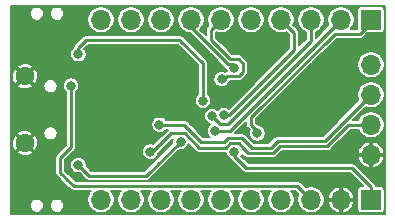
<source format=gbr>
G04 #@! TF.GenerationSoftware,KiCad,Pcbnew,(5.1.5)-3*
G04 #@! TF.CreationDate,2020-06-09T21:02:58-05:00*
G04 #@! TF.ProjectId,pcb,7063622e-6b69-4636-9164-5f7063625858,rev?*
G04 #@! TF.SameCoordinates,Original*
G04 #@! TF.FileFunction,Copper,L2,Bot*
G04 #@! TF.FilePolarity,Positive*
%FSLAX46Y46*%
G04 Gerber Fmt 4.6, Leading zero omitted, Abs format (unit mm)*
G04 Created by KiCad (PCBNEW (5.1.5)-3) date 2020-06-09 21:02:58*
%MOMM*%
%LPD*%
G04 APERTURE LIST*
%ADD10C,1.600000*%
%ADD11O,1.700000X1.700000*%
%ADD12R,1.700000X1.700000*%
%ADD13C,0.800000*%
%ADD14C,0.250000*%
%ADD15C,0.200000*%
G04 APERTURE END LIST*
D10*
X128196000Y-112045000D03*
X128196000Y-106395000D03*
D11*
X134620000Y-116840000D03*
X137160000Y-116840000D03*
X139700000Y-116840000D03*
X142240000Y-116840000D03*
X144780000Y-116840000D03*
X147320000Y-116840000D03*
X149860000Y-116840000D03*
X152400000Y-116840000D03*
X154940000Y-116840000D03*
D12*
X157480000Y-116840000D03*
X157480000Y-101600000D03*
D11*
X154940000Y-101600000D03*
X152400000Y-101600000D03*
X149860000Y-101600000D03*
X147320000Y-101600000D03*
X144780000Y-101600000D03*
X142240000Y-101600000D03*
X139700000Y-101600000D03*
X137160000Y-101600000D03*
X134620000Y-101600000D03*
X157480000Y-105410000D03*
X157480000Y-107950000D03*
X157480000Y-110490000D03*
X157480000Y-113030000D03*
D13*
X132080000Y-107188000D03*
X140843000Y-106426000D03*
X142425182Y-110259643D03*
X149987000Y-113157000D03*
X144780000Y-108204000D03*
X153035000Y-108204000D03*
X143256000Y-108458000D03*
X132715000Y-104521000D03*
X140589000Y-109601000D03*
X138811000Y-105664000D03*
X148082000Y-104521000D03*
X136398000Y-104521000D03*
X136398000Y-113919000D03*
X130048000Y-115443000D03*
X130048000Y-102997000D03*
X145923000Y-112776000D03*
X139576402Y-110497615D03*
X138811000Y-112776000D03*
X147853400Y-111226600D03*
X144266570Y-111003429D03*
X144035345Y-109746898D03*
X145034000Y-109695000D03*
X141356750Y-111925929D03*
X132715000Y-113919000D03*
X144837315Y-106628374D03*
X145923000Y-105664000D03*
D14*
X151224999Y-115664999D02*
X152400000Y-116840000D01*
X132301999Y-115664999D02*
X151224999Y-115664999D01*
X131699000Y-115062000D02*
X132301999Y-115664999D01*
X132080000Y-107188000D02*
X132080000Y-112395000D01*
X132080000Y-112395000D02*
X131191000Y-113284000D01*
X131191000Y-114554000D02*
X132301999Y-115664999D01*
X131191000Y-113284000D02*
X131191000Y-114554000D01*
X145923000Y-113157000D02*
X146939000Y-114173000D01*
X157480000Y-115740000D02*
X157480000Y-116840000D01*
X155913000Y-114173000D02*
X157480000Y-115740000D01*
X146939000Y-114173000D02*
X155913000Y-114173000D01*
X145923000Y-112776000D02*
X145923000Y-113157000D01*
X132715000Y-104521000D02*
X132715000Y-103955315D01*
X141322158Y-103349158D02*
X141351000Y-103378000D01*
X133321158Y-103349158D02*
X141322158Y-103349158D01*
X132715000Y-103955315D02*
X133321158Y-103349158D01*
X143256000Y-105283000D02*
X141351000Y-103378000D01*
X143256000Y-108458000D02*
X143256000Y-105283000D01*
X141637848Y-110497615D02*
X139576402Y-110497615D01*
X146525989Y-111600989D02*
X145388599Y-111600989D01*
X143118220Y-111977989D02*
X141637848Y-110497615D01*
X153579999Y-111850001D02*
X149584587Y-111850001D01*
X145011599Y-111977989D02*
X143118220Y-111977989D01*
X149584587Y-111850001D02*
X148981598Y-112452990D01*
X145388599Y-111600989D02*
X145011599Y-111977989D01*
X157480000Y-107950000D02*
X153579999Y-111850001D01*
X147377990Y-112452990D02*
X146525989Y-111600989D01*
X148981598Y-112452990D02*
X147377990Y-112452990D01*
X154401409Y-102775001D02*
X156558999Y-102775001D01*
X157480000Y-101854000D02*
X157480000Y-101600000D01*
X156558999Y-102775001D02*
X157480000Y-101854000D01*
X147320705Y-110489295D02*
X147320000Y-110490000D01*
X147320705Y-109855705D02*
X147320705Y-110489295D01*
X147320705Y-109855705D02*
X154401409Y-102775001D01*
X147955000Y-111125000D02*
X147320000Y-110490000D01*
X145536571Y-111003429D02*
X154940000Y-101600000D01*
X144266570Y-111003429D02*
X145536571Y-111003429D01*
X145382001Y-110420001D02*
X152400000Y-103402002D01*
X144708448Y-110420001D02*
X145382001Y-110420001D01*
X152400000Y-102802081D02*
X152400000Y-101600000D01*
X152400000Y-103402002D02*
X152400000Y-102802081D01*
X144035345Y-109746898D02*
X144708448Y-110420001D01*
X145470592Y-109695000D02*
X145034000Y-109695000D01*
X151003000Y-102743000D02*
X151003000Y-104162592D01*
X151003000Y-104162592D02*
X145470592Y-109695000D01*
X149860000Y-101600000D02*
X151003000Y-102743000D01*
X141356750Y-111925929D02*
X139363679Y-113919000D01*
X132715000Y-113919000D02*
X133604000Y-114808000D01*
X138474679Y-114808000D02*
X141356750Y-111925929D01*
X133604000Y-114808000D02*
X138474679Y-114808000D01*
X145085626Y-106628374D02*
X144837315Y-106628374D01*
X144525999Y-103884589D02*
X145580409Y-104938999D01*
X144780000Y-101600000D02*
X143930001Y-102449999D01*
X143930001Y-102449999D02*
X143930001Y-103287181D01*
X143930001Y-103287181D02*
X144525999Y-103883179D01*
X145324999Y-106389001D02*
X145085626Y-106628374D01*
X144525999Y-103883179D02*
X144525999Y-103884589D01*
X145580409Y-104938999D02*
X146271001Y-104938999D01*
X146648001Y-105315999D02*
X146648001Y-106012001D01*
X146271001Y-104938999D02*
X146648001Y-105315999D01*
X146648001Y-106012001D02*
X146271001Y-106389001D01*
X146271001Y-106389001D02*
X145324999Y-106389001D01*
X142621000Y-101600000D02*
X142240000Y-101600000D01*
X142265410Y-101600000D02*
X142240000Y-101600000D01*
X142240000Y-101600000D02*
X142240000Y-101854000D01*
X142240000Y-102324991D02*
X142331402Y-102324992D01*
X142240000Y-101600000D02*
X142240000Y-102324991D01*
X142331402Y-102324992D02*
X144075990Y-104069580D01*
X144075990Y-104069580D02*
X144075990Y-104070990D01*
X144075990Y-104070990D02*
X144329990Y-104324990D01*
X145394009Y-105389009D02*
X144329990Y-104324990D01*
X145648009Y-105389009D02*
X145394009Y-105389009D01*
X145923000Y-105664000D02*
X145648009Y-105389009D01*
X149421998Y-112649000D02*
X149675998Y-112395000D01*
X149421998Y-112649000D02*
X149770987Y-112300011D01*
X145197999Y-112427999D02*
X142931821Y-112427999D01*
X141704751Y-111200928D02*
X140579693Y-111200928D01*
X145574999Y-112050999D02*
X145197999Y-112427999D01*
X140579693Y-111200928D02*
X138878897Y-112901724D01*
X142931821Y-112427999D02*
X141704751Y-111200928D01*
X146271001Y-112050999D02*
X145574999Y-112050999D01*
X146648001Y-112427999D02*
X146271001Y-112050999D01*
X153766399Y-112300011D02*
X155576410Y-110490000D01*
X155576410Y-110490000D02*
X157480000Y-110490000D01*
X149770987Y-112300011D02*
X153766399Y-112300011D01*
X149167998Y-112903000D02*
X149770987Y-112300011D01*
X146648001Y-112427999D02*
X146648001Y-112485001D01*
X146648001Y-112485001D02*
X147066000Y-112903000D01*
X147066000Y-112903000D02*
X149167998Y-112903000D01*
D15*
G36*
X158652001Y-118012000D02*
G01*
X126971000Y-118012000D01*
X126971000Y-117288905D01*
X128598000Y-117288905D01*
X128598000Y-117407095D01*
X128621058Y-117523014D01*
X128666287Y-117632207D01*
X128731950Y-117730478D01*
X128815522Y-117814050D01*
X128913793Y-117879713D01*
X129022986Y-117924942D01*
X129138905Y-117948000D01*
X129257095Y-117948000D01*
X129373014Y-117924942D01*
X129482207Y-117879713D01*
X129580478Y-117814050D01*
X129664050Y-117730478D01*
X129729713Y-117632207D01*
X129774942Y-117523014D01*
X129798000Y-117407095D01*
X129798000Y-117288905D01*
X130298000Y-117288905D01*
X130298000Y-117407095D01*
X130321058Y-117523014D01*
X130366287Y-117632207D01*
X130431950Y-117730478D01*
X130515522Y-117814050D01*
X130613793Y-117879713D01*
X130722986Y-117924942D01*
X130838905Y-117948000D01*
X130957095Y-117948000D01*
X131073014Y-117924942D01*
X131182207Y-117879713D01*
X131280478Y-117814050D01*
X131364050Y-117730478D01*
X131429713Y-117632207D01*
X131474942Y-117523014D01*
X131498000Y-117407095D01*
X131498000Y-117288905D01*
X131474942Y-117172986D01*
X131429713Y-117063793D01*
X131364050Y-116965522D01*
X131280478Y-116881950D01*
X131182207Y-116816287D01*
X131073014Y-116771058D01*
X130957095Y-116748000D01*
X130838905Y-116748000D01*
X130722986Y-116771058D01*
X130613793Y-116816287D01*
X130515522Y-116881950D01*
X130431950Y-116965522D01*
X130366287Y-117063793D01*
X130321058Y-117172986D01*
X130298000Y-117288905D01*
X129798000Y-117288905D01*
X129774942Y-117172986D01*
X129729713Y-117063793D01*
X129664050Y-116965522D01*
X129580478Y-116881950D01*
X129482207Y-116816287D01*
X129373014Y-116771058D01*
X129257095Y-116748000D01*
X129138905Y-116748000D01*
X129022986Y-116771058D01*
X128913793Y-116816287D01*
X128815522Y-116881950D01*
X128731950Y-116965522D01*
X128666287Y-117063793D01*
X128621058Y-117172986D01*
X128598000Y-117288905D01*
X126971000Y-117288905D01*
X126971000Y-113284000D01*
X130763945Y-113284000D01*
X130766000Y-113304867D01*
X130766001Y-114533124D01*
X130763945Y-114554000D01*
X130772150Y-114637314D01*
X130793265Y-114706917D01*
X130796453Y-114717427D01*
X130835917Y-114791260D01*
X130889027Y-114855974D01*
X130905239Y-114869279D01*
X131700957Y-115664998D01*
X131986718Y-115950759D01*
X132000025Y-115966973D01*
X132064739Y-116020083D01*
X132105695Y-116041974D01*
X132138571Y-116059547D01*
X132218684Y-116083849D01*
X132227097Y-116084678D01*
X132281125Y-116089999D01*
X132281131Y-116089999D01*
X132301998Y-116092054D01*
X132301999Y-116092054D01*
X132322866Y-116089999D01*
X133743656Y-116089999D01*
X133726737Y-116106918D01*
X133600884Y-116295271D01*
X133514194Y-116504557D01*
X133470000Y-116726735D01*
X133470000Y-116953265D01*
X133514194Y-117175443D01*
X133600884Y-117384729D01*
X133726737Y-117573082D01*
X133886918Y-117733263D01*
X134075271Y-117859116D01*
X134284557Y-117945806D01*
X134506735Y-117990000D01*
X134733265Y-117990000D01*
X134955443Y-117945806D01*
X135164729Y-117859116D01*
X135353082Y-117733263D01*
X135513263Y-117573082D01*
X135639116Y-117384729D01*
X135725806Y-117175443D01*
X135770000Y-116953265D01*
X135770000Y-116726735D01*
X135725806Y-116504557D01*
X135639116Y-116295271D01*
X135513263Y-116106918D01*
X135496344Y-116089999D01*
X136283656Y-116089999D01*
X136266737Y-116106918D01*
X136140884Y-116295271D01*
X136054194Y-116504557D01*
X136010000Y-116726735D01*
X136010000Y-116953265D01*
X136054194Y-117175443D01*
X136140884Y-117384729D01*
X136266737Y-117573082D01*
X136426918Y-117733263D01*
X136615271Y-117859116D01*
X136824557Y-117945806D01*
X137046735Y-117990000D01*
X137273265Y-117990000D01*
X137495443Y-117945806D01*
X137704729Y-117859116D01*
X137893082Y-117733263D01*
X138053263Y-117573082D01*
X138179116Y-117384729D01*
X138265806Y-117175443D01*
X138310000Y-116953265D01*
X138310000Y-116726735D01*
X138265806Y-116504557D01*
X138179116Y-116295271D01*
X138053263Y-116106918D01*
X138036344Y-116089999D01*
X138823656Y-116089999D01*
X138806737Y-116106918D01*
X138680884Y-116295271D01*
X138594194Y-116504557D01*
X138550000Y-116726735D01*
X138550000Y-116953265D01*
X138594194Y-117175443D01*
X138680884Y-117384729D01*
X138806737Y-117573082D01*
X138966918Y-117733263D01*
X139155271Y-117859116D01*
X139364557Y-117945806D01*
X139586735Y-117990000D01*
X139813265Y-117990000D01*
X140035443Y-117945806D01*
X140244729Y-117859116D01*
X140433082Y-117733263D01*
X140593263Y-117573082D01*
X140719116Y-117384729D01*
X140805806Y-117175443D01*
X140850000Y-116953265D01*
X140850000Y-116726735D01*
X140805806Y-116504557D01*
X140719116Y-116295271D01*
X140593263Y-116106918D01*
X140576344Y-116089999D01*
X141363656Y-116089999D01*
X141346737Y-116106918D01*
X141220884Y-116295271D01*
X141134194Y-116504557D01*
X141090000Y-116726735D01*
X141090000Y-116953265D01*
X141134194Y-117175443D01*
X141220884Y-117384729D01*
X141346737Y-117573082D01*
X141506918Y-117733263D01*
X141695271Y-117859116D01*
X141904557Y-117945806D01*
X142126735Y-117990000D01*
X142353265Y-117990000D01*
X142575443Y-117945806D01*
X142784729Y-117859116D01*
X142973082Y-117733263D01*
X143133263Y-117573082D01*
X143259116Y-117384729D01*
X143345806Y-117175443D01*
X143390000Y-116953265D01*
X143390000Y-116726735D01*
X143345806Y-116504557D01*
X143259116Y-116295271D01*
X143133263Y-116106918D01*
X143116344Y-116089999D01*
X143903656Y-116089999D01*
X143886737Y-116106918D01*
X143760884Y-116295271D01*
X143674194Y-116504557D01*
X143630000Y-116726735D01*
X143630000Y-116953265D01*
X143674194Y-117175443D01*
X143760884Y-117384729D01*
X143886737Y-117573082D01*
X144046918Y-117733263D01*
X144235271Y-117859116D01*
X144444557Y-117945806D01*
X144666735Y-117990000D01*
X144893265Y-117990000D01*
X145115443Y-117945806D01*
X145324729Y-117859116D01*
X145513082Y-117733263D01*
X145673263Y-117573082D01*
X145799116Y-117384729D01*
X145885806Y-117175443D01*
X145930000Y-116953265D01*
X145930000Y-116726735D01*
X145885806Y-116504557D01*
X145799116Y-116295271D01*
X145673263Y-116106918D01*
X145656344Y-116089999D01*
X146443656Y-116089999D01*
X146426737Y-116106918D01*
X146300884Y-116295271D01*
X146214194Y-116504557D01*
X146170000Y-116726735D01*
X146170000Y-116953265D01*
X146214194Y-117175443D01*
X146300884Y-117384729D01*
X146426737Y-117573082D01*
X146586918Y-117733263D01*
X146775271Y-117859116D01*
X146984557Y-117945806D01*
X147206735Y-117990000D01*
X147433265Y-117990000D01*
X147655443Y-117945806D01*
X147864729Y-117859116D01*
X148053082Y-117733263D01*
X148213263Y-117573082D01*
X148339116Y-117384729D01*
X148425806Y-117175443D01*
X148470000Y-116953265D01*
X148470000Y-116726735D01*
X148425806Y-116504557D01*
X148339116Y-116295271D01*
X148213263Y-116106918D01*
X148196344Y-116089999D01*
X148983656Y-116089999D01*
X148966737Y-116106918D01*
X148840884Y-116295271D01*
X148754194Y-116504557D01*
X148710000Y-116726735D01*
X148710000Y-116953265D01*
X148754194Y-117175443D01*
X148840884Y-117384729D01*
X148966737Y-117573082D01*
X149126918Y-117733263D01*
X149315271Y-117859116D01*
X149524557Y-117945806D01*
X149746735Y-117990000D01*
X149973265Y-117990000D01*
X150195443Y-117945806D01*
X150404729Y-117859116D01*
X150593082Y-117733263D01*
X150753263Y-117573082D01*
X150879116Y-117384729D01*
X150965806Y-117175443D01*
X151010000Y-116953265D01*
X151010000Y-116726735D01*
X150965806Y-116504557D01*
X150879116Y-116295271D01*
X150753263Y-116106918D01*
X150736344Y-116089999D01*
X151048959Y-116089999D01*
X151343788Y-116384828D01*
X151294194Y-116504557D01*
X151250000Y-116726735D01*
X151250000Y-116953265D01*
X151294194Y-117175443D01*
X151380884Y-117384729D01*
X151506737Y-117573082D01*
X151666918Y-117733263D01*
X151855271Y-117859116D01*
X152064557Y-117945806D01*
X152286735Y-117990000D01*
X152513265Y-117990000D01*
X152735443Y-117945806D01*
X152944729Y-117859116D01*
X153133082Y-117733263D01*
X153293263Y-117573082D01*
X153419116Y-117384729D01*
X153505806Y-117175443D01*
X153517234Y-117117988D01*
X153824099Y-117117988D01*
X153899773Y-117330348D01*
X154015423Y-117523864D01*
X154166604Y-117691100D01*
X154347506Y-117825628D01*
X154551177Y-117922279D01*
X154662013Y-117955896D01*
X154840000Y-117910339D01*
X154840000Y-116940000D01*
X155040000Y-116940000D01*
X155040000Y-117910339D01*
X155217987Y-117955896D01*
X155328823Y-117922279D01*
X155532494Y-117825628D01*
X155713396Y-117691100D01*
X155864577Y-117523864D01*
X155980227Y-117330348D01*
X156055901Y-117117988D01*
X156010649Y-116940000D01*
X155040000Y-116940000D01*
X154840000Y-116940000D01*
X153869351Y-116940000D01*
X153824099Y-117117988D01*
X153517234Y-117117988D01*
X153550000Y-116953265D01*
X153550000Y-116726735D01*
X153517235Y-116562012D01*
X153824099Y-116562012D01*
X153869351Y-116740000D01*
X154840000Y-116740000D01*
X154840000Y-115769661D01*
X155040000Y-115769661D01*
X155040000Y-116740000D01*
X156010649Y-116740000D01*
X156055901Y-116562012D01*
X155980227Y-116349652D01*
X155864577Y-116156136D01*
X155713396Y-115988900D01*
X155532494Y-115854372D01*
X155328823Y-115757721D01*
X155217987Y-115724104D01*
X155040000Y-115769661D01*
X154840000Y-115769661D01*
X154662013Y-115724104D01*
X154551177Y-115757721D01*
X154347506Y-115854372D01*
X154166604Y-115988900D01*
X154015423Y-116156136D01*
X153899773Y-116349652D01*
X153824099Y-116562012D01*
X153517235Y-116562012D01*
X153505806Y-116504557D01*
X153419116Y-116295271D01*
X153293263Y-116106918D01*
X153133082Y-115946737D01*
X152944729Y-115820884D01*
X152735443Y-115734194D01*
X152513265Y-115690000D01*
X152286735Y-115690000D01*
X152064557Y-115734194D01*
X151944828Y-115783788D01*
X151540282Y-115379242D01*
X151526973Y-115363025D01*
X151462259Y-115309915D01*
X151388426Y-115270451D01*
X151308313Y-115246149D01*
X151245873Y-115239999D01*
X151245866Y-115239999D01*
X151224999Y-115237944D01*
X151204132Y-115239999D01*
X132478040Y-115239999D01*
X132348015Y-115109974D01*
X131616000Y-114377960D01*
X131616000Y-113850056D01*
X132015000Y-113850056D01*
X132015000Y-113987944D01*
X132041901Y-114123182D01*
X132094668Y-114250574D01*
X132171274Y-114365224D01*
X132268776Y-114462726D01*
X132383426Y-114539332D01*
X132510818Y-114592099D01*
X132646056Y-114619000D01*
X132783944Y-114619000D01*
X132808980Y-114614020D01*
X133288721Y-115093762D01*
X133302026Y-115109974D01*
X133366740Y-115163084D01*
X133414855Y-115188801D01*
X133440572Y-115202548D01*
X133520685Y-115226850D01*
X133528327Y-115227603D01*
X133583126Y-115233000D01*
X133583133Y-115233000D01*
X133604000Y-115235055D01*
X133624867Y-115233000D01*
X138453812Y-115233000D01*
X138474679Y-115235055D01*
X138495546Y-115233000D01*
X138495553Y-115233000D01*
X138557993Y-115226850D01*
X138638106Y-115202548D01*
X138711939Y-115163084D01*
X138776653Y-115109974D01*
X138789962Y-115093757D01*
X141262771Y-112620949D01*
X141287806Y-112625929D01*
X141425694Y-112625929D01*
X141560932Y-112599028D01*
X141688324Y-112546261D01*
X141802974Y-112469655D01*
X141900476Y-112372153D01*
X141977082Y-112257503D01*
X142029849Y-112130111D01*
X142030354Y-112127572D01*
X142616542Y-112713761D01*
X142629847Y-112729973D01*
X142694561Y-112783083D01*
X142741315Y-112808073D01*
X142768393Y-112822547D01*
X142848506Y-112846849D01*
X142855492Y-112847537D01*
X142910947Y-112852999D01*
X142910954Y-112852999D01*
X142931821Y-112855054D01*
X142952688Y-112852999D01*
X145177132Y-112852999D01*
X145197999Y-112855054D01*
X145218866Y-112852999D01*
X145218873Y-112852999D01*
X145224492Y-112852446D01*
X145249901Y-112980182D01*
X145302668Y-113107574D01*
X145379274Y-113222224D01*
X145476776Y-113319726D01*
X145556579Y-113373048D01*
X145567917Y-113394260D01*
X145621027Y-113458974D01*
X145637239Y-113472279D01*
X146623719Y-114458760D01*
X146637026Y-114474974D01*
X146701740Y-114528084D01*
X146775573Y-114567548D01*
X146831383Y-114584478D01*
X146855685Y-114591850D01*
X146863327Y-114592603D01*
X146918126Y-114598000D01*
X146918133Y-114598000D01*
X146939000Y-114600055D01*
X146959867Y-114598000D01*
X155736960Y-114598000D01*
X156827509Y-115688549D01*
X156630000Y-115688549D01*
X156571190Y-115694341D01*
X156514640Y-115711496D01*
X156462523Y-115739353D01*
X156416842Y-115776842D01*
X156379353Y-115822523D01*
X156351496Y-115874640D01*
X156334341Y-115931190D01*
X156328549Y-115990000D01*
X156328549Y-117690000D01*
X156334341Y-117748810D01*
X156351496Y-117805360D01*
X156379353Y-117857477D01*
X156416842Y-117903158D01*
X156462523Y-117940647D01*
X156514640Y-117968504D01*
X156571190Y-117985659D01*
X156630000Y-117991451D01*
X158330000Y-117991451D01*
X158388810Y-117985659D01*
X158445360Y-117968504D01*
X158497477Y-117940647D01*
X158543158Y-117903158D01*
X158580647Y-117857477D01*
X158608504Y-117805360D01*
X158625659Y-117748810D01*
X158631451Y-117690000D01*
X158631451Y-115990000D01*
X158625659Y-115931190D01*
X158608504Y-115874640D01*
X158580647Y-115822523D01*
X158543158Y-115776842D01*
X158497477Y-115739353D01*
X158445360Y-115711496D01*
X158388810Y-115694341D01*
X158330000Y-115688549D01*
X157901988Y-115688549D01*
X157898850Y-115656686D01*
X157874548Y-115576573D01*
X157835084Y-115502740D01*
X157781974Y-115438026D01*
X157765758Y-115424718D01*
X156228284Y-113887244D01*
X156214974Y-113871026D01*
X156150260Y-113817916D01*
X156076427Y-113778452D01*
X155996314Y-113754150D01*
X155933874Y-113748000D01*
X155933867Y-113748000D01*
X155913000Y-113745945D01*
X155892133Y-113748000D01*
X147115041Y-113748000D01*
X146515808Y-113148767D01*
X146543332Y-113107574D01*
X146580295Y-113018336D01*
X146750721Y-113188762D01*
X146764026Y-113204974D01*
X146780238Y-113218279D01*
X146780239Y-113218280D01*
X146785045Y-113222224D01*
X146828740Y-113258084D01*
X146876855Y-113283801D01*
X146902572Y-113297548D01*
X146982685Y-113321850D01*
X146990327Y-113322603D01*
X147045126Y-113328000D01*
X147045133Y-113328000D01*
X147066000Y-113330055D01*
X147086867Y-113328000D01*
X149147131Y-113328000D01*
X149167998Y-113330055D01*
X149188865Y-113328000D01*
X149188872Y-113328000D01*
X149251312Y-113321850D01*
X149297012Y-113307987D01*
X156364104Y-113307987D01*
X156397721Y-113418823D01*
X156494372Y-113622494D01*
X156628900Y-113803396D01*
X156796136Y-113954577D01*
X156989652Y-114070227D01*
X157202012Y-114145901D01*
X157380000Y-114100649D01*
X157380000Y-113130000D01*
X157580000Y-113130000D01*
X157580000Y-114100649D01*
X157757988Y-114145901D01*
X157970348Y-114070227D01*
X158163864Y-113954577D01*
X158331100Y-113803396D01*
X158465628Y-113622494D01*
X158562279Y-113418823D01*
X158595896Y-113307987D01*
X158550339Y-113130000D01*
X157580000Y-113130000D01*
X157380000Y-113130000D01*
X156409661Y-113130000D01*
X156364104Y-113307987D01*
X149297012Y-113307987D01*
X149331425Y-113297548D01*
X149405258Y-113258084D01*
X149469972Y-113204974D01*
X149483281Y-113188757D01*
X149920025Y-112752013D01*
X156364104Y-112752013D01*
X156409661Y-112930000D01*
X157380000Y-112930000D01*
X157380000Y-111959351D01*
X157580000Y-111959351D01*
X157580000Y-112930000D01*
X158550339Y-112930000D01*
X158595896Y-112752013D01*
X158562279Y-112641177D01*
X158465628Y-112437506D01*
X158331100Y-112256604D01*
X158163864Y-112105423D01*
X157970348Y-111989773D01*
X157757988Y-111914099D01*
X157580000Y-111959351D01*
X157380000Y-111959351D01*
X157202012Y-111914099D01*
X156989652Y-111989773D01*
X156796136Y-112105423D01*
X156628900Y-112256604D01*
X156494372Y-112437506D01*
X156397721Y-112641177D01*
X156364104Y-112752013D01*
X149920025Y-112752013D01*
X149947028Y-112725011D01*
X153745532Y-112725011D01*
X153766399Y-112727066D01*
X153787266Y-112725011D01*
X153787273Y-112725011D01*
X153849713Y-112718861D01*
X153929826Y-112694559D01*
X154003659Y-112655095D01*
X154068373Y-112601985D01*
X154081682Y-112585768D01*
X155752451Y-110915000D01*
X156411290Y-110915000D01*
X156460884Y-111034729D01*
X156586737Y-111223082D01*
X156746918Y-111383263D01*
X156935271Y-111509116D01*
X157144557Y-111595806D01*
X157366735Y-111640000D01*
X157593265Y-111640000D01*
X157815443Y-111595806D01*
X158024729Y-111509116D01*
X158213082Y-111383263D01*
X158373263Y-111223082D01*
X158499116Y-111034729D01*
X158585806Y-110825443D01*
X158630000Y-110603265D01*
X158630000Y-110376735D01*
X158585806Y-110154557D01*
X158499116Y-109945271D01*
X158373263Y-109756918D01*
X158213082Y-109596737D01*
X158024729Y-109470884D01*
X157815443Y-109384194D01*
X157593265Y-109340000D01*
X157366735Y-109340000D01*
X157144557Y-109384194D01*
X156935271Y-109470884D01*
X156746918Y-109596737D01*
X156586737Y-109756918D01*
X156460884Y-109945271D01*
X156411290Y-110065000D01*
X155966041Y-110065000D01*
X157024828Y-109006212D01*
X157144557Y-109055806D01*
X157366735Y-109100000D01*
X157593265Y-109100000D01*
X157815443Y-109055806D01*
X158024729Y-108969116D01*
X158213082Y-108843263D01*
X158373263Y-108683082D01*
X158499116Y-108494729D01*
X158585806Y-108285443D01*
X158630000Y-108063265D01*
X158630000Y-107836735D01*
X158585806Y-107614557D01*
X158499116Y-107405271D01*
X158373263Y-107216918D01*
X158213082Y-107056737D01*
X158024729Y-106930884D01*
X157815443Y-106844194D01*
X157593265Y-106800000D01*
X157366735Y-106800000D01*
X157144557Y-106844194D01*
X156935271Y-106930884D01*
X156746918Y-107056737D01*
X156586737Y-107216918D01*
X156460884Y-107405271D01*
X156374194Y-107614557D01*
X156330000Y-107836735D01*
X156330000Y-108063265D01*
X156374194Y-108285443D01*
X156423788Y-108405172D01*
X153403959Y-111425001D01*
X149605453Y-111425001D01*
X149584586Y-111422946D01*
X149563719Y-111425001D01*
X149563713Y-111425001D01*
X149509685Y-111430322D01*
X149501272Y-111431151D01*
X149480139Y-111437562D01*
X149421160Y-111455453D01*
X149347327Y-111494917D01*
X149282613Y-111548027D01*
X149269308Y-111564239D01*
X148805558Y-112027990D01*
X147554031Y-112027990D01*
X146841272Y-111315232D01*
X146827963Y-111299015D01*
X146763249Y-111245905D01*
X146689416Y-111206441D01*
X146609303Y-111182139D01*
X146546863Y-111175989D01*
X146546856Y-111175989D01*
X146525989Y-111173934D01*
X146505122Y-111175989D01*
X145965051Y-111175989D01*
X146895706Y-110245335D01*
X146895706Y-110461965D01*
X146892945Y-110490000D01*
X146901150Y-110573314D01*
X146925453Y-110653427D01*
X146964917Y-110727259D01*
X147018026Y-110791974D01*
X147034240Y-110805280D01*
X147201119Y-110972159D01*
X147180301Y-111022418D01*
X147153400Y-111157656D01*
X147153400Y-111295544D01*
X147180301Y-111430782D01*
X147233068Y-111558174D01*
X147309674Y-111672824D01*
X147407176Y-111770326D01*
X147521826Y-111846932D01*
X147649218Y-111899699D01*
X147784456Y-111926600D01*
X147922344Y-111926600D01*
X148057582Y-111899699D01*
X148184974Y-111846932D01*
X148299624Y-111770326D01*
X148397126Y-111672824D01*
X148473732Y-111558174D01*
X148526499Y-111430782D01*
X148553400Y-111295544D01*
X148553400Y-111157656D01*
X148526499Y-111022418D01*
X148473732Y-110895026D01*
X148397126Y-110780376D01*
X148299624Y-110682874D01*
X148184974Y-110606268D01*
X148057582Y-110553501D01*
X147966404Y-110535364D01*
X147745705Y-110314665D01*
X147745705Y-110031745D01*
X152480715Y-105296735D01*
X156330000Y-105296735D01*
X156330000Y-105523265D01*
X156374194Y-105745443D01*
X156460884Y-105954729D01*
X156586737Y-106143082D01*
X156746918Y-106303263D01*
X156935271Y-106429116D01*
X157144557Y-106515806D01*
X157366735Y-106560000D01*
X157593265Y-106560000D01*
X157815443Y-106515806D01*
X158024729Y-106429116D01*
X158213082Y-106303263D01*
X158373263Y-106143082D01*
X158499116Y-105954729D01*
X158585806Y-105745443D01*
X158630000Y-105523265D01*
X158630000Y-105296735D01*
X158585806Y-105074557D01*
X158499116Y-104865271D01*
X158373263Y-104676918D01*
X158213082Y-104516737D01*
X158024729Y-104390884D01*
X157815443Y-104304194D01*
X157593265Y-104260000D01*
X157366735Y-104260000D01*
X157144557Y-104304194D01*
X156935271Y-104390884D01*
X156746918Y-104516737D01*
X156586737Y-104676918D01*
X156460884Y-104865271D01*
X156374194Y-105074557D01*
X156330000Y-105296735D01*
X152480715Y-105296735D01*
X154577449Y-103200001D01*
X156538132Y-103200001D01*
X156558999Y-103202056D01*
X156579866Y-103200001D01*
X156579873Y-103200001D01*
X156642313Y-103193851D01*
X156722426Y-103169549D01*
X156796259Y-103130085D01*
X156860973Y-103076975D01*
X156874282Y-103060758D01*
X157183589Y-102751451D01*
X158330000Y-102751451D01*
X158388810Y-102745659D01*
X158445360Y-102728504D01*
X158497477Y-102700647D01*
X158543158Y-102663158D01*
X158580647Y-102617477D01*
X158608504Y-102565360D01*
X158625659Y-102508810D01*
X158631451Y-102450000D01*
X158631451Y-100750000D01*
X158625659Y-100691190D01*
X158608504Y-100634640D01*
X158580647Y-100582523D01*
X158543158Y-100536842D01*
X158497477Y-100499353D01*
X158445360Y-100471496D01*
X158388810Y-100454341D01*
X158330000Y-100448549D01*
X156630000Y-100448549D01*
X156571190Y-100454341D01*
X156514640Y-100471496D01*
X156462523Y-100499353D01*
X156416842Y-100536842D01*
X156379353Y-100582523D01*
X156351496Y-100634640D01*
X156334341Y-100691190D01*
X156328549Y-100750000D01*
X156328549Y-102350001D01*
X155816344Y-102350001D01*
X155833263Y-102333082D01*
X155959116Y-102144729D01*
X156045806Y-101935443D01*
X156090000Y-101713265D01*
X156090000Y-101486735D01*
X156045806Y-101264557D01*
X155959116Y-101055271D01*
X155833263Y-100866918D01*
X155673082Y-100706737D01*
X155484729Y-100580884D01*
X155275443Y-100494194D01*
X155053265Y-100450000D01*
X154826735Y-100450000D01*
X154604557Y-100494194D01*
X154395271Y-100580884D01*
X154206918Y-100706737D01*
X154046737Y-100866918D01*
X153920884Y-101055271D01*
X153834194Y-101264557D01*
X153790000Y-101486735D01*
X153790000Y-101713265D01*
X153834194Y-101935443D01*
X153883788Y-102055171D01*
X152825000Y-103113959D01*
X152825000Y-102668710D01*
X152944729Y-102619116D01*
X153133082Y-102493263D01*
X153293263Y-102333082D01*
X153419116Y-102144729D01*
X153505806Y-101935443D01*
X153550000Y-101713265D01*
X153550000Y-101486735D01*
X153505806Y-101264557D01*
X153419116Y-101055271D01*
X153293263Y-100866918D01*
X153133082Y-100706737D01*
X152944729Y-100580884D01*
X152735443Y-100494194D01*
X152513265Y-100450000D01*
X152286735Y-100450000D01*
X152064557Y-100494194D01*
X151855271Y-100580884D01*
X151666918Y-100706737D01*
X151506737Y-100866918D01*
X151380884Y-101055271D01*
X151294194Y-101264557D01*
X151250000Y-101486735D01*
X151250000Y-101713265D01*
X151294194Y-101935443D01*
X151380884Y-102144729D01*
X151506737Y-102333082D01*
X151666918Y-102493263D01*
X151855271Y-102619116D01*
X151975000Y-102668710D01*
X151975000Y-102822954D01*
X151975001Y-102822963D01*
X151975000Y-103225961D01*
X151428000Y-103772961D01*
X151428000Y-102763866D01*
X151430055Y-102742999D01*
X151428000Y-102722132D01*
X151428000Y-102722126D01*
X151421850Y-102659686D01*
X151397548Y-102579573D01*
X151358084Y-102505740D01*
X151304974Y-102441026D01*
X151288763Y-102427722D01*
X150916212Y-102055172D01*
X150965806Y-101935443D01*
X151010000Y-101713265D01*
X151010000Y-101486735D01*
X150965806Y-101264557D01*
X150879116Y-101055271D01*
X150753263Y-100866918D01*
X150593082Y-100706737D01*
X150404729Y-100580884D01*
X150195443Y-100494194D01*
X149973265Y-100450000D01*
X149746735Y-100450000D01*
X149524557Y-100494194D01*
X149315271Y-100580884D01*
X149126918Y-100706737D01*
X148966737Y-100866918D01*
X148840884Y-101055271D01*
X148754194Y-101264557D01*
X148710000Y-101486735D01*
X148710000Y-101713265D01*
X148754194Y-101935443D01*
X148840884Y-102144729D01*
X148966737Y-102333082D01*
X149126918Y-102493263D01*
X149315271Y-102619116D01*
X149524557Y-102705806D01*
X149746735Y-102750000D01*
X149973265Y-102750000D01*
X150195443Y-102705806D01*
X150315172Y-102656212D01*
X150578000Y-102919041D01*
X150578001Y-103986550D01*
X145440093Y-109124459D01*
X145365574Y-109074668D01*
X145238182Y-109021901D01*
X145102944Y-108995000D01*
X144965056Y-108995000D01*
X144829818Y-109021901D01*
X144702426Y-109074668D01*
X144587776Y-109151274D01*
X144508724Y-109230327D01*
X144481569Y-109203172D01*
X144366919Y-109126566D01*
X144239527Y-109073799D01*
X144104289Y-109046898D01*
X143966401Y-109046898D01*
X143831163Y-109073799D01*
X143703771Y-109126566D01*
X143589121Y-109203172D01*
X143491619Y-109300674D01*
X143415013Y-109415324D01*
X143362246Y-109542716D01*
X143335345Y-109677954D01*
X143335345Y-109815842D01*
X143362246Y-109951080D01*
X143415013Y-110078472D01*
X143491619Y-110193122D01*
X143589121Y-110290624D01*
X143703771Y-110367230D01*
X143831163Y-110419997D01*
X143868620Y-110427448D01*
X143820346Y-110459703D01*
X143722844Y-110557205D01*
X143646238Y-110671855D01*
X143593471Y-110799247D01*
X143566570Y-110934485D01*
X143566570Y-111072373D01*
X143593471Y-111207611D01*
X143646238Y-111335003D01*
X143722844Y-111449653D01*
X143820346Y-111547155D01*
X143829077Y-111552989D01*
X143294261Y-111552989D01*
X141953132Y-110211859D01*
X141939822Y-110195641D01*
X141875108Y-110142531D01*
X141801275Y-110103067D01*
X141721162Y-110078765D01*
X141658722Y-110072615D01*
X141658715Y-110072615D01*
X141637848Y-110070560D01*
X141616982Y-110072615D01*
X140134309Y-110072615D01*
X140120128Y-110051391D01*
X140022626Y-109953889D01*
X139907976Y-109877283D01*
X139780584Y-109824516D01*
X139645346Y-109797615D01*
X139507458Y-109797615D01*
X139372220Y-109824516D01*
X139244828Y-109877283D01*
X139130178Y-109953889D01*
X139032676Y-110051391D01*
X138956070Y-110166041D01*
X138903303Y-110293433D01*
X138876402Y-110428671D01*
X138876402Y-110566559D01*
X138903303Y-110701797D01*
X138956070Y-110829189D01*
X139032676Y-110943839D01*
X139130178Y-111041341D01*
X139244828Y-111117947D01*
X139372220Y-111170714D01*
X139507458Y-111197615D01*
X139645346Y-111197615D01*
X139780584Y-111170714D01*
X139907976Y-111117947D01*
X140022626Y-111041341D01*
X140120128Y-110943839D01*
X140134309Y-110922615D01*
X140256965Y-110922615D01*
X139058668Y-112120913D01*
X139015182Y-112102901D01*
X138879944Y-112076000D01*
X138742056Y-112076000D01*
X138606818Y-112102901D01*
X138479426Y-112155668D01*
X138364776Y-112232274D01*
X138267274Y-112329776D01*
X138190668Y-112444426D01*
X138137901Y-112571818D01*
X138111000Y-112707056D01*
X138111000Y-112844944D01*
X138137901Y-112980182D01*
X138190668Y-113107574D01*
X138267274Y-113222224D01*
X138364776Y-113319726D01*
X138479426Y-113396332D01*
X138606818Y-113449099D01*
X138742056Y-113476000D01*
X138879944Y-113476000D01*
X139015182Y-113449099D01*
X139142574Y-113396332D01*
X139257224Y-113319726D01*
X139354726Y-113222224D01*
X139431332Y-113107574D01*
X139484099Y-112980182D01*
X139504614Y-112877047D01*
X140700435Y-111681227D01*
X140683651Y-111721747D01*
X140656750Y-111856985D01*
X140656750Y-111994873D01*
X140661730Y-112019908D01*
X138298639Y-114383000D01*
X133780041Y-114383000D01*
X133410020Y-114012980D01*
X133415000Y-113987944D01*
X133415000Y-113850056D01*
X133388099Y-113714818D01*
X133335332Y-113587426D01*
X133258726Y-113472776D01*
X133161224Y-113375274D01*
X133046574Y-113298668D01*
X132919182Y-113245901D01*
X132783944Y-113219000D01*
X132646056Y-113219000D01*
X132510818Y-113245901D01*
X132383426Y-113298668D01*
X132268776Y-113375274D01*
X132171274Y-113472776D01*
X132094668Y-113587426D01*
X132041901Y-113714818D01*
X132015000Y-113850056D01*
X131616000Y-113850056D01*
X131616000Y-113460040D01*
X132365762Y-112710279D01*
X132381974Y-112696974D01*
X132435084Y-112632260D01*
X132460801Y-112584145D01*
X132474548Y-112558428D01*
X132498850Y-112478315D01*
X132502077Y-112445547D01*
X132505000Y-112415874D01*
X132505000Y-112415867D01*
X132507055Y-112395000D01*
X132505000Y-112374133D01*
X132505000Y-107745907D01*
X132526224Y-107731726D01*
X132623726Y-107634224D01*
X132700332Y-107519574D01*
X132753099Y-107392182D01*
X132780000Y-107256944D01*
X132780000Y-107119056D01*
X132753099Y-106983818D01*
X132700332Y-106856426D01*
X132623726Y-106741776D01*
X132526224Y-106644274D01*
X132411574Y-106567668D01*
X132284182Y-106514901D01*
X132148944Y-106488000D01*
X132011056Y-106488000D01*
X131875818Y-106514901D01*
X131748426Y-106567668D01*
X131633776Y-106644274D01*
X131536274Y-106741776D01*
X131459668Y-106856426D01*
X131406901Y-106983818D01*
X131380000Y-107119056D01*
X131380000Y-107256944D01*
X131406901Y-107392182D01*
X131459668Y-107519574D01*
X131536274Y-107634224D01*
X131633776Y-107731726D01*
X131655000Y-107745907D01*
X131655001Y-112218958D01*
X130905243Y-112968717D01*
X130889026Y-112982026D01*
X130835916Y-113046741D01*
X130796452Y-113120574D01*
X130772150Y-113200687D01*
X130766000Y-113263127D01*
X130766000Y-113263133D01*
X130763945Y-113284000D01*
X126971000Y-113284000D01*
X126971000Y-112840819D01*
X127541602Y-112840819D01*
X127629874Y-112994335D01*
X127825958Y-113086540D01*
X128036263Y-113138719D01*
X128252706Y-113148867D01*
X128466970Y-113116593D01*
X128670821Y-113043139D01*
X128762126Y-112994335D01*
X128850398Y-112840819D01*
X128196000Y-112186421D01*
X127541602Y-112840819D01*
X126971000Y-112840819D01*
X126971000Y-112101706D01*
X127092133Y-112101706D01*
X127124407Y-112315970D01*
X127197861Y-112519821D01*
X127246665Y-112611126D01*
X127400181Y-112699398D01*
X128054579Y-112045000D01*
X128337421Y-112045000D01*
X128991819Y-112699398D01*
X129145335Y-112611126D01*
X129237540Y-112415042D01*
X129289719Y-112204737D01*
X129299867Y-111988294D01*
X129267593Y-111774030D01*
X129194139Y-111570179D01*
X129145335Y-111478874D01*
X128991819Y-111390602D01*
X128337421Y-112045000D01*
X128054579Y-112045000D01*
X127400181Y-111390602D01*
X127246665Y-111478874D01*
X127154460Y-111674958D01*
X127102281Y-111885263D01*
X127092133Y-112101706D01*
X126971000Y-112101706D01*
X126971000Y-111249181D01*
X127541602Y-111249181D01*
X128196000Y-111903579D01*
X128850398Y-111249181D01*
X128799640Y-111160905D01*
X129746000Y-111160905D01*
X129746000Y-111279095D01*
X129769058Y-111395014D01*
X129814287Y-111504207D01*
X129879950Y-111602478D01*
X129963522Y-111686050D01*
X130061793Y-111751713D01*
X130170986Y-111796942D01*
X130286905Y-111820000D01*
X130405095Y-111820000D01*
X130521014Y-111796942D01*
X130630207Y-111751713D01*
X130728478Y-111686050D01*
X130812050Y-111602478D01*
X130877713Y-111504207D01*
X130922942Y-111395014D01*
X130946000Y-111279095D01*
X130946000Y-111160905D01*
X130922942Y-111044986D01*
X130877713Y-110935793D01*
X130812050Y-110837522D01*
X130728478Y-110753950D01*
X130630207Y-110688287D01*
X130521014Y-110643058D01*
X130405095Y-110620000D01*
X130286905Y-110620000D01*
X130170986Y-110643058D01*
X130061793Y-110688287D01*
X129963522Y-110753950D01*
X129879950Y-110837522D01*
X129814287Y-110935793D01*
X129769058Y-111044986D01*
X129746000Y-111160905D01*
X128799640Y-111160905D01*
X128762126Y-111095665D01*
X128566042Y-111003460D01*
X128355737Y-110951281D01*
X128139294Y-110941133D01*
X127925030Y-110973407D01*
X127721179Y-111046861D01*
X127629874Y-111095665D01*
X127541602Y-111249181D01*
X126971000Y-111249181D01*
X126971000Y-107190819D01*
X127541602Y-107190819D01*
X127629874Y-107344335D01*
X127825958Y-107436540D01*
X128036263Y-107488719D01*
X128252706Y-107498867D01*
X128466970Y-107466593D01*
X128670821Y-107393139D01*
X128762126Y-107344335D01*
X128850398Y-107190819D01*
X128820484Y-107160905D01*
X129746000Y-107160905D01*
X129746000Y-107279095D01*
X129769058Y-107395014D01*
X129814287Y-107504207D01*
X129879950Y-107602478D01*
X129963522Y-107686050D01*
X130061793Y-107751713D01*
X130170986Y-107796942D01*
X130286905Y-107820000D01*
X130405095Y-107820000D01*
X130521014Y-107796942D01*
X130630207Y-107751713D01*
X130728478Y-107686050D01*
X130812050Y-107602478D01*
X130877713Y-107504207D01*
X130922942Y-107395014D01*
X130946000Y-107279095D01*
X130946000Y-107160905D01*
X130922942Y-107044986D01*
X130877713Y-106935793D01*
X130812050Y-106837522D01*
X130728478Y-106753950D01*
X130630207Y-106688287D01*
X130521014Y-106643058D01*
X130405095Y-106620000D01*
X130286905Y-106620000D01*
X130170986Y-106643058D01*
X130061793Y-106688287D01*
X129963522Y-106753950D01*
X129879950Y-106837522D01*
X129814287Y-106935793D01*
X129769058Y-107044986D01*
X129746000Y-107160905D01*
X128820484Y-107160905D01*
X128196000Y-106536421D01*
X127541602Y-107190819D01*
X126971000Y-107190819D01*
X126971000Y-106451706D01*
X127092133Y-106451706D01*
X127124407Y-106665970D01*
X127197861Y-106869821D01*
X127246665Y-106961126D01*
X127400181Y-107049398D01*
X128054579Y-106395000D01*
X128337421Y-106395000D01*
X128991819Y-107049398D01*
X129145335Y-106961126D01*
X129237540Y-106765042D01*
X129289719Y-106554737D01*
X129299867Y-106338294D01*
X129267593Y-106124030D01*
X129194139Y-105920179D01*
X129145335Y-105828874D01*
X128991819Y-105740602D01*
X128337421Y-106395000D01*
X128054579Y-106395000D01*
X127400181Y-105740602D01*
X127246665Y-105828874D01*
X127154460Y-106024958D01*
X127102281Y-106235263D01*
X127092133Y-106451706D01*
X126971000Y-106451706D01*
X126971000Y-105599181D01*
X127541602Y-105599181D01*
X128196000Y-106253579D01*
X128850398Y-105599181D01*
X128762126Y-105445665D01*
X128566042Y-105353460D01*
X128355737Y-105301281D01*
X128139294Y-105291133D01*
X127925030Y-105323407D01*
X127721179Y-105396861D01*
X127629874Y-105445665D01*
X127541602Y-105599181D01*
X126971000Y-105599181D01*
X126971000Y-104452056D01*
X132015000Y-104452056D01*
X132015000Y-104589944D01*
X132041901Y-104725182D01*
X132094668Y-104852574D01*
X132171274Y-104967224D01*
X132268776Y-105064726D01*
X132383426Y-105141332D01*
X132510818Y-105194099D01*
X132646056Y-105221000D01*
X132783944Y-105221000D01*
X132919182Y-105194099D01*
X133046574Y-105141332D01*
X133161224Y-105064726D01*
X133258726Y-104967224D01*
X133335332Y-104852574D01*
X133388099Y-104725182D01*
X133415000Y-104589944D01*
X133415000Y-104452056D01*
X133388099Y-104316818D01*
X133335332Y-104189426D01*
X133258726Y-104074776D01*
X133227653Y-104043703D01*
X133497198Y-103774158D01*
X141146118Y-103774158D01*
X142831001Y-105459042D01*
X142831000Y-107900093D01*
X142809776Y-107914274D01*
X142712274Y-108011776D01*
X142635668Y-108126426D01*
X142582901Y-108253818D01*
X142556000Y-108389056D01*
X142556000Y-108526944D01*
X142582901Y-108662182D01*
X142635668Y-108789574D01*
X142712274Y-108904224D01*
X142809776Y-109001726D01*
X142924426Y-109078332D01*
X143051818Y-109131099D01*
X143187056Y-109158000D01*
X143324944Y-109158000D01*
X143460182Y-109131099D01*
X143587574Y-109078332D01*
X143702224Y-109001726D01*
X143799726Y-108904224D01*
X143876332Y-108789574D01*
X143929099Y-108662182D01*
X143956000Y-108526944D01*
X143956000Y-108389056D01*
X143929099Y-108253818D01*
X143876332Y-108126426D01*
X143799726Y-108011776D01*
X143702224Y-107914274D01*
X143681000Y-107900093D01*
X143681000Y-105303867D01*
X143683055Y-105283000D01*
X143681000Y-105262133D01*
X143681000Y-105262126D01*
X143674850Y-105199686D01*
X143674850Y-105199685D01*
X143650548Y-105119572D01*
X143633156Y-105087035D01*
X143611084Y-105045740D01*
X143557974Y-104981026D01*
X143541762Y-104967721D01*
X141637442Y-103063402D01*
X141624132Y-103047184D01*
X141559418Y-102994074D01*
X141485585Y-102954610D01*
X141405472Y-102930308D01*
X141343032Y-102924158D01*
X141343025Y-102924158D01*
X141322158Y-102922103D01*
X141301291Y-102924158D01*
X133342025Y-102924158D01*
X133321158Y-102922103D01*
X133300291Y-102924158D01*
X133300284Y-102924158D01*
X133237844Y-102930308D01*
X133157731Y-102954610D01*
X133083898Y-102994074D01*
X133019184Y-103047184D01*
X133005879Y-103063396D01*
X132429239Y-103640036D01*
X132413027Y-103653341D01*
X132399722Y-103669553D01*
X132399720Y-103669555D01*
X132359917Y-103718055D01*
X132320453Y-103791888D01*
X132296150Y-103872001D01*
X132287945Y-103955315D01*
X132288791Y-103963901D01*
X132268776Y-103977274D01*
X132171274Y-104074776D01*
X132094668Y-104189426D01*
X132041901Y-104316818D01*
X132015000Y-104452056D01*
X126971000Y-104452056D01*
X126971000Y-101032905D01*
X128598000Y-101032905D01*
X128598000Y-101151095D01*
X128621058Y-101267014D01*
X128666287Y-101376207D01*
X128731950Y-101474478D01*
X128815522Y-101558050D01*
X128913793Y-101623713D01*
X129022986Y-101668942D01*
X129138905Y-101692000D01*
X129257095Y-101692000D01*
X129373014Y-101668942D01*
X129482207Y-101623713D01*
X129580478Y-101558050D01*
X129664050Y-101474478D01*
X129729713Y-101376207D01*
X129774942Y-101267014D01*
X129798000Y-101151095D01*
X129798000Y-101032905D01*
X130298000Y-101032905D01*
X130298000Y-101151095D01*
X130321058Y-101267014D01*
X130366287Y-101376207D01*
X130431950Y-101474478D01*
X130515522Y-101558050D01*
X130613793Y-101623713D01*
X130722986Y-101668942D01*
X130838905Y-101692000D01*
X130957095Y-101692000D01*
X131073014Y-101668942D01*
X131182207Y-101623713D01*
X131280478Y-101558050D01*
X131351793Y-101486735D01*
X133470000Y-101486735D01*
X133470000Y-101713265D01*
X133514194Y-101935443D01*
X133600884Y-102144729D01*
X133726737Y-102333082D01*
X133886918Y-102493263D01*
X134075271Y-102619116D01*
X134284557Y-102705806D01*
X134506735Y-102750000D01*
X134733265Y-102750000D01*
X134955443Y-102705806D01*
X135164729Y-102619116D01*
X135353082Y-102493263D01*
X135513263Y-102333082D01*
X135639116Y-102144729D01*
X135725806Y-101935443D01*
X135770000Y-101713265D01*
X135770000Y-101486735D01*
X136010000Y-101486735D01*
X136010000Y-101713265D01*
X136054194Y-101935443D01*
X136140884Y-102144729D01*
X136266737Y-102333082D01*
X136426918Y-102493263D01*
X136615271Y-102619116D01*
X136824557Y-102705806D01*
X137046735Y-102750000D01*
X137273265Y-102750000D01*
X137495443Y-102705806D01*
X137704729Y-102619116D01*
X137893082Y-102493263D01*
X138053263Y-102333082D01*
X138179116Y-102144729D01*
X138265806Y-101935443D01*
X138310000Y-101713265D01*
X138310000Y-101486735D01*
X138550000Y-101486735D01*
X138550000Y-101713265D01*
X138594194Y-101935443D01*
X138680884Y-102144729D01*
X138806737Y-102333082D01*
X138966918Y-102493263D01*
X139155271Y-102619116D01*
X139364557Y-102705806D01*
X139586735Y-102750000D01*
X139813265Y-102750000D01*
X140035443Y-102705806D01*
X140244729Y-102619116D01*
X140433082Y-102493263D01*
X140593263Y-102333082D01*
X140719116Y-102144729D01*
X140805806Y-101935443D01*
X140850000Y-101713265D01*
X140850000Y-101486735D01*
X141090000Y-101486735D01*
X141090000Y-101713265D01*
X141134194Y-101935443D01*
X141220884Y-102144729D01*
X141346737Y-102333082D01*
X141506918Y-102493263D01*
X141695271Y-102619116D01*
X141904557Y-102705806D01*
X142126735Y-102750000D01*
X142155370Y-102750000D01*
X143754258Y-104348889D01*
X143774016Y-104372964D01*
X143790232Y-104386272D01*
X144014710Y-104610750D01*
X145078728Y-105674769D01*
X145092035Y-105690983D01*
X145156749Y-105744093D01*
X145230582Y-105783557D01*
X145233227Y-105784359D01*
X145249901Y-105868182D01*
X145290160Y-105965376D01*
X145241685Y-105970151D01*
X145161572Y-105994453D01*
X145150443Y-106000401D01*
X145041497Y-105955275D01*
X144906259Y-105928374D01*
X144768371Y-105928374D01*
X144633133Y-105955275D01*
X144505741Y-106008042D01*
X144391091Y-106084648D01*
X144293589Y-106182150D01*
X144216983Y-106296800D01*
X144164216Y-106424192D01*
X144137315Y-106559430D01*
X144137315Y-106697318D01*
X144164216Y-106832556D01*
X144216983Y-106959948D01*
X144293589Y-107074598D01*
X144391091Y-107172100D01*
X144505741Y-107248706D01*
X144633133Y-107301473D01*
X144768371Y-107328374D01*
X144906259Y-107328374D01*
X145041497Y-107301473D01*
X145168889Y-107248706D01*
X145283539Y-107172100D01*
X145381041Y-107074598D01*
X145457647Y-106959948D01*
X145510414Y-106832556D01*
X145514105Y-106814001D01*
X146250134Y-106814001D01*
X146271001Y-106816056D01*
X146291868Y-106814001D01*
X146291875Y-106814001D01*
X146354315Y-106807851D01*
X146434428Y-106783549D01*
X146508261Y-106744085D01*
X146572975Y-106690975D01*
X146586285Y-106674757D01*
X146933757Y-106327285D01*
X146949975Y-106313975D01*
X147003085Y-106249261D01*
X147042549Y-106175428D01*
X147066851Y-106095315D01*
X147073001Y-106032875D01*
X147075057Y-106012001D01*
X147073001Y-105991127D01*
X147073001Y-105336873D01*
X147075057Y-105315999D01*
X147066851Y-105232685D01*
X147042549Y-105152572D01*
X147036541Y-105141332D01*
X147003085Y-105078739D01*
X146949975Y-105014025D01*
X146933759Y-105000717D01*
X146586285Y-104653243D01*
X146572975Y-104637025D01*
X146508261Y-104583915D01*
X146434428Y-104544451D01*
X146354315Y-104520149D01*
X146291875Y-104513999D01*
X146291868Y-104513999D01*
X146271001Y-104511944D01*
X146250134Y-104513999D01*
X145756450Y-104513999D01*
X144847736Y-103605286D01*
X144841279Y-103597418D01*
X144841278Y-103597417D01*
X144827973Y-103581205D01*
X144811762Y-103567901D01*
X144355001Y-103111141D01*
X144355001Y-102668710D01*
X144444557Y-102705806D01*
X144666735Y-102750000D01*
X144893265Y-102750000D01*
X145115443Y-102705806D01*
X145324729Y-102619116D01*
X145513082Y-102493263D01*
X145673263Y-102333082D01*
X145799116Y-102144729D01*
X145885806Y-101935443D01*
X145930000Y-101713265D01*
X145930000Y-101486735D01*
X146170000Y-101486735D01*
X146170000Y-101713265D01*
X146214194Y-101935443D01*
X146300884Y-102144729D01*
X146426737Y-102333082D01*
X146586918Y-102493263D01*
X146775271Y-102619116D01*
X146984557Y-102705806D01*
X147206735Y-102750000D01*
X147433265Y-102750000D01*
X147655443Y-102705806D01*
X147864729Y-102619116D01*
X148053082Y-102493263D01*
X148213263Y-102333082D01*
X148339116Y-102144729D01*
X148425806Y-101935443D01*
X148470000Y-101713265D01*
X148470000Y-101486735D01*
X148425806Y-101264557D01*
X148339116Y-101055271D01*
X148213263Y-100866918D01*
X148053082Y-100706737D01*
X147864729Y-100580884D01*
X147655443Y-100494194D01*
X147433265Y-100450000D01*
X147206735Y-100450000D01*
X146984557Y-100494194D01*
X146775271Y-100580884D01*
X146586918Y-100706737D01*
X146426737Y-100866918D01*
X146300884Y-101055271D01*
X146214194Y-101264557D01*
X146170000Y-101486735D01*
X145930000Y-101486735D01*
X145885806Y-101264557D01*
X145799116Y-101055271D01*
X145673263Y-100866918D01*
X145513082Y-100706737D01*
X145324729Y-100580884D01*
X145115443Y-100494194D01*
X144893265Y-100450000D01*
X144666735Y-100450000D01*
X144444557Y-100494194D01*
X144235271Y-100580884D01*
X144046918Y-100706737D01*
X143886737Y-100866918D01*
X143760884Y-101055271D01*
X143674194Y-101264557D01*
X143630000Y-101486735D01*
X143630000Y-101713265D01*
X143674194Y-101935443D01*
X143723788Y-102055172D01*
X143644244Y-102134716D01*
X143628027Y-102148025D01*
X143574917Y-102212740D01*
X143535453Y-102286573D01*
X143511151Y-102366686D01*
X143505001Y-102429126D01*
X143505001Y-102429132D01*
X143502946Y-102449999D01*
X143505001Y-102470866D01*
X143505002Y-102897551D01*
X143036898Y-102429447D01*
X143133263Y-102333082D01*
X143259116Y-102144729D01*
X143345806Y-101935443D01*
X143390000Y-101713265D01*
X143390000Y-101486735D01*
X143345806Y-101264557D01*
X143259116Y-101055271D01*
X143133263Y-100866918D01*
X142973082Y-100706737D01*
X142784729Y-100580884D01*
X142575443Y-100494194D01*
X142353265Y-100450000D01*
X142126735Y-100450000D01*
X141904557Y-100494194D01*
X141695271Y-100580884D01*
X141506918Y-100706737D01*
X141346737Y-100866918D01*
X141220884Y-101055271D01*
X141134194Y-101264557D01*
X141090000Y-101486735D01*
X140850000Y-101486735D01*
X140805806Y-101264557D01*
X140719116Y-101055271D01*
X140593263Y-100866918D01*
X140433082Y-100706737D01*
X140244729Y-100580884D01*
X140035443Y-100494194D01*
X139813265Y-100450000D01*
X139586735Y-100450000D01*
X139364557Y-100494194D01*
X139155271Y-100580884D01*
X138966918Y-100706737D01*
X138806737Y-100866918D01*
X138680884Y-101055271D01*
X138594194Y-101264557D01*
X138550000Y-101486735D01*
X138310000Y-101486735D01*
X138265806Y-101264557D01*
X138179116Y-101055271D01*
X138053263Y-100866918D01*
X137893082Y-100706737D01*
X137704729Y-100580884D01*
X137495443Y-100494194D01*
X137273265Y-100450000D01*
X137046735Y-100450000D01*
X136824557Y-100494194D01*
X136615271Y-100580884D01*
X136426918Y-100706737D01*
X136266737Y-100866918D01*
X136140884Y-101055271D01*
X136054194Y-101264557D01*
X136010000Y-101486735D01*
X135770000Y-101486735D01*
X135725806Y-101264557D01*
X135639116Y-101055271D01*
X135513263Y-100866918D01*
X135353082Y-100706737D01*
X135164729Y-100580884D01*
X134955443Y-100494194D01*
X134733265Y-100450000D01*
X134506735Y-100450000D01*
X134284557Y-100494194D01*
X134075271Y-100580884D01*
X133886918Y-100706737D01*
X133726737Y-100866918D01*
X133600884Y-101055271D01*
X133514194Y-101264557D01*
X133470000Y-101486735D01*
X131351793Y-101486735D01*
X131364050Y-101474478D01*
X131429713Y-101376207D01*
X131474942Y-101267014D01*
X131498000Y-101151095D01*
X131498000Y-101032905D01*
X131474942Y-100916986D01*
X131429713Y-100807793D01*
X131364050Y-100709522D01*
X131280478Y-100625950D01*
X131182207Y-100560287D01*
X131073014Y-100515058D01*
X130957095Y-100492000D01*
X130838905Y-100492000D01*
X130722986Y-100515058D01*
X130613793Y-100560287D01*
X130515522Y-100625950D01*
X130431950Y-100709522D01*
X130366287Y-100807793D01*
X130321058Y-100916986D01*
X130298000Y-101032905D01*
X129798000Y-101032905D01*
X129774942Y-100916986D01*
X129729713Y-100807793D01*
X129664050Y-100709522D01*
X129580478Y-100625950D01*
X129482207Y-100560287D01*
X129373014Y-100515058D01*
X129257095Y-100492000D01*
X129138905Y-100492000D01*
X129022986Y-100515058D01*
X128913793Y-100560287D01*
X128815522Y-100625950D01*
X128731950Y-100709522D01*
X128666287Y-100807793D01*
X128621058Y-100916986D01*
X128598000Y-101032905D01*
X126971000Y-101032905D01*
X126971000Y-100428000D01*
X158652000Y-100428000D01*
X158652001Y-118012000D01*
G37*
X158652001Y-118012000D02*
X126971000Y-118012000D01*
X126971000Y-117288905D01*
X128598000Y-117288905D01*
X128598000Y-117407095D01*
X128621058Y-117523014D01*
X128666287Y-117632207D01*
X128731950Y-117730478D01*
X128815522Y-117814050D01*
X128913793Y-117879713D01*
X129022986Y-117924942D01*
X129138905Y-117948000D01*
X129257095Y-117948000D01*
X129373014Y-117924942D01*
X129482207Y-117879713D01*
X129580478Y-117814050D01*
X129664050Y-117730478D01*
X129729713Y-117632207D01*
X129774942Y-117523014D01*
X129798000Y-117407095D01*
X129798000Y-117288905D01*
X130298000Y-117288905D01*
X130298000Y-117407095D01*
X130321058Y-117523014D01*
X130366287Y-117632207D01*
X130431950Y-117730478D01*
X130515522Y-117814050D01*
X130613793Y-117879713D01*
X130722986Y-117924942D01*
X130838905Y-117948000D01*
X130957095Y-117948000D01*
X131073014Y-117924942D01*
X131182207Y-117879713D01*
X131280478Y-117814050D01*
X131364050Y-117730478D01*
X131429713Y-117632207D01*
X131474942Y-117523014D01*
X131498000Y-117407095D01*
X131498000Y-117288905D01*
X131474942Y-117172986D01*
X131429713Y-117063793D01*
X131364050Y-116965522D01*
X131280478Y-116881950D01*
X131182207Y-116816287D01*
X131073014Y-116771058D01*
X130957095Y-116748000D01*
X130838905Y-116748000D01*
X130722986Y-116771058D01*
X130613793Y-116816287D01*
X130515522Y-116881950D01*
X130431950Y-116965522D01*
X130366287Y-117063793D01*
X130321058Y-117172986D01*
X130298000Y-117288905D01*
X129798000Y-117288905D01*
X129774942Y-117172986D01*
X129729713Y-117063793D01*
X129664050Y-116965522D01*
X129580478Y-116881950D01*
X129482207Y-116816287D01*
X129373014Y-116771058D01*
X129257095Y-116748000D01*
X129138905Y-116748000D01*
X129022986Y-116771058D01*
X128913793Y-116816287D01*
X128815522Y-116881950D01*
X128731950Y-116965522D01*
X128666287Y-117063793D01*
X128621058Y-117172986D01*
X128598000Y-117288905D01*
X126971000Y-117288905D01*
X126971000Y-113284000D01*
X130763945Y-113284000D01*
X130766000Y-113304867D01*
X130766001Y-114533124D01*
X130763945Y-114554000D01*
X130772150Y-114637314D01*
X130793265Y-114706917D01*
X130796453Y-114717427D01*
X130835917Y-114791260D01*
X130889027Y-114855974D01*
X130905239Y-114869279D01*
X131700957Y-115664998D01*
X131986718Y-115950759D01*
X132000025Y-115966973D01*
X132064739Y-116020083D01*
X132105695Y-116041974D01*
X132138571Y-116059547D01*
X132218684Y-116083849D01*
X132227097Y-116084678D01*
X132281125Y-116089999D01*
X132281131Y-116089999D01*
X132301998Y-116092054D01*
X132301999Y-116092054D01*
X132322866Y-116089999D01*
X133743656Y-116089999D01*
X133726737Y-116106918D01*
X133600884Y-116295271D01*
X133514194Y-116504557D01*
X133470000Y-116726735D01*
X133470000Y-116953265D01*
X133514194Y-117175443D01*
X133600884Y-117384729D01*
X133726737Y-117573082D01*
X133886918Y-117733263D01*
X134075271Y-117859116D01*
X134284557Y-117945806D01*
X134506735Y-117990000D01*
X134733265Y-117990000D01*
X134955443Y-117945806D01*
X135164729Y-117859116D01*
X135353082Y-117733263D01*
X135513263Y-117573082D01*
X135639116Y-117384729D01*
X135725806Y-117175443D01*
X135770000Y-116953265D01*
X135770000Y-116726735D01*
X135725806Y-116504557D01*
X135639116Y-116295271D01*
X135513263Y-116106918D01*
X135496344Y-116089999D01*
X136283656Y-116089999D01*
X136266737Y-116106918D01*
X136140884Y-116295271D01*
X136054194Y-116504557D01*
X136010000Y-116726735D01*
X136010000Y-116953265D01*
X136054194Y-117175443D01*
X136140884Y-117384729D01*
X136266737Y-117573082D01*
X136426918Y-117733263D01*
X136615271Y-117859116D01*
X136824557Y-117945806D01*
X137046735Y-117990000D01*
X137273265Y-117990000D01*
X137495443Y-117945806D01*
X137704729Y-117859116D01*
X137893082Y-117733263D01*
X138053263Y-117573082D01*
X138179116Y-117384729D01*
X138265806Y-117175443D01*
X138310000Y-116953265D01*
X138310000Y-116726735D01*
X138265806Y-116504557D01*
X138179116Y-116295271D01*
X138053263Y-116106918D01*
X138036344Y-116089999D01*
X138823656Y-116089999D01*
X138806737Y-116106918D01*
X138680884Y-116295271D01*
X138594194Y-116504557D01*
X138550000Y-116726735D01*
X138550000Y-116953265D01*
X138594194Y-117175443D01*
X138680884Y-117384729D01*
X138806737Y-117573082D01*
X138966918Y-117733263D01*
X139155271Y-117859116D01*
X139364557Y-117945806D01*
X139586735Y-117990000D01*
X139813265Y-117990000D01*
X140035443Y-117945806D01*
X140244729Y-117859116D01*
X140433082Y-117733263D01*
X140593263Y-117573082D01*
X140719116Y-117384729D01*
X140805806Y-117175443D01*
X140850000Y-116953265D01*
X140850000Y-116726735D01*
X140805806Y-116504557D01*
X140719116Y-116295271D01*
X140593263Y-116106918D01*
X140576344Y-116089999D01*
X141363656Y-116089999D01*
X141346737Y-116106918D01*
X141220884Y-116295271D01*
X141134194Y-116504557D01*
X141090000Y-116726735D01*
X141090000Y-116953265D01*
X141134194Y-117175443D01*
X141220884Y-117384729D01*
X141346737Y-117573082D01*
X141506918Y-117733263D01*
X141695271Y-117859116D01*
X141904557Y-117945806D01*
X142126735Y-117990000D01*
X142353265Y-117990000D01*
X142575443Y-117945806D01*
X142784729Y-117859116D01*
X142973082Y-117733263D01*
X143133263Y-117573082D01*
X143259116Y-117384729D01*
X143345806Y-117175443D01*
X143390000Y-116953265D01*
X143390000Y-116726735D01*
X143345806Y-116504557D01*
X143259116Y-116295271D01*
X143133263Y-116106918D01*
X143116344Y-116089999D01*
X143903656Y-116089999D01*
X143886737Y-116106918D01*
X143760884Y-116295271D01*
X143674194Y-116504557D01*
X143630000Y-116726735D01*
X143630000Y-116953265D01*
X143674194Y-117175443D01*
X143760884Y-117384729D01*
X143886737Y-117573082D01*
X144046918Y-117733263D01*
X144235271Y-117859116D01*
X144444557Y-117945806D01*
X144666735Y-117990000D01*
X144893265Y-117990000D01*
X145115443Y-117945806D01*
X145324729Y-117859116D01*
X145513082Y-117733263D01*
X145673263Y-117573082D01*
X145799116Y-117384729D01*
X145885806Y-117175443D01*
X145930000Y-116953265D01*
X145930000Y-116726735D01*
X145885806Y-116504557D01*
X145799116Y-116295271D01*
X145673263Y-116106918D01*
X145656344Y-116089999D01*
X146443656Y-116089999D01*
X146426737Y-116106918D01*
X146300884Y-116295271D01*
X146214194Y-116504557D01*
X146170000Y-116726735D01*
X146170000Y-116953265D01*
X146214194Y-117175443D01*
X146300884Y-117384729D01*
X146426737Y-117573082D01*
X146586918Y-117733263D01*
X146775271Y-117859116D01*
X146984557Y-117945806D01*
X147206735Y-117990000D01*
X147433265Y-117990000D01*
X147655443Y-117945806D01*
X147864729Y-117859116D01*
X148053082Y-117733263D01*
X148213263Y-117573082D01*
X148339116Y-117384729D01*
X148425806Y-117175443D01*
X148470000Y-116953265D01*
X148470000Y-116726735D01*
X148425806Y-116504557D01*
X148339116Y-116295271D01*
X148213263Y-116106918D01*
X148196344Y-116089999D01*
X148983656Y-116089999D01*
X148966737Y-116106918D01*
X148840884Y-116295271D01*
X148754194Y-116504557D01*
X148710000Y-116726735D01*
X148710000Y-116953265D01*
X148754194Y-117175443D01*
X148840884Y-117384729D01*
X148966737Y-117573082D01*
X149126918Y-117733263D01*
X149315271Y-117859116D01*
X149524557Y-117945806D01*
X149746735Y-117990000D01*
X149973265Y-117990000D01*
X150195443Y-117945806D01*
X150404729Y-117859116D01*
X150593082Y-117733263D01*
X150753263Y-117573082D01*
X150879116Y-117384729D01*
X150965806Y-117175443D01*
X151010000Y-116953265D01*
X151010000Y-116726735D01*
X150965806Y-116504557D01*
X150879116Y-116295271D01*
X150753263Y-116106918D01*
X150736344Y-116089999D01*
X151048959Y-116089999D01*
X151343788Y-116384828D01*
X151294194Y-116504557D01*
X151250000Y-116726735D01*
X151250000Y-116953265D01*
X151294194Y-117175443D01*
X151380884Y-117384729D01*
X151506737Y-117573082D01*
X151666918Y-117733263D01*
X151855271Y-117859116D01*
X152064557Y-117945806D01*
X152286735Y-117990000D01*
X152513265Y-117990000D01*
X152735443Y-117945806D01*
X152944729Y-117859116D01*
X153133082Y-117733263D01*
X153293263Y-117573082D01*
X153419116Y-117384729D01*
X153505806Y-117175443D01*
X153517234Y-117117988D01*
X153824099Y-117117988D01*
X153899773Y-117330348D01*
X154015423Y-117523864D01*
X154166604Y-117691100D01*
X154347506Y-117825628D01*
X154551177Y-117922279D01*
X154662013Y-117955896D01*
X154840000Y-117910339D01*
X154840000Y-116940000D01*
X155040000Y-116940000D01*
X155040000Y-117910339D01*
X155217987Y-117955896D01*
X155328823Y-117922279D01*
X155532494Y-117825628D01*
X155713396Y-117691100D01*
X155864577Y-117523864D01*
X155980227Y-117330348D01*
X156055901Y-117117988D01*
X156010649Y-116940000D01*
X155040000Y-116940000D01*
X154840000Y-116940000D01*
X153869351Y-116940000D01*
X153824099Y-117117988D01*
X153517234Y-117117988D01*
X153550000Y-116953265D01*
X153550000Y-116726735D01*
X153517235Y-116562012D01*
X153824099Y-116562012D01*
X153869351Y-116740000D01*
X154840000Y-116740000D01*
X154840000Y-115769661D01*
X155040000Y-115769661D01*
X155040000Y-116740000D01*
X156010649Y-116740000D01*
X156055901Y-116562012D01*
X155980227Y-116349652D01*
X155864577Y-116156136D01*
X155713396Y-115988900D01*
X155532494Y-115854372D01*
X155328823Y-115757721D01*
X155217987Y-115724104D01*
X155040000Y-115769661D01*
X154840000Y-115769661D01*
X154662013Y-115724104D01*
X154551177Y-115757721D01*
X154347506Y-115854372D01*
X154166604Y-115988900D01*
X154015423Y-116156136D01*
X153899773Y-116349652D01*
X153824099Y-116562012D01*
X153517235Y-116562012D01*
X153505806Y-116504557D01*
X153419116Y-116295271D01*
X153293263Y-116106918D01*
X153133082Y-115946737D01*
X152944729Y-115820884D01*
X152735443Y-115734194D01*
X152513265Y-115690000D01*
X152286735Y-115690000D01*
X152064557Y-115734194D01*
X151944828Y-115783788D01*
X151540282Y-115379242D01*
X151526973Y-115363025D01*
X151462259Y-115309915D01*
X151388426Y-115270451D01*
X151308313Y-115246149D01*
X151245873Y-115239999D01*
X151245866Y-115239999D01*
X151224999Y-115237944D01*
X151204132Y-115239999D01*
X132478040Y-115239999D01*
X132348015Y-115109974D01*
X131616000Y-114377960D01*
X131616000Y-113850056D01*
X132015000Y-113850056D01*
X132015000Y-113987944D01*
X132041901Y-114123182D01*
X132094668Y-114250574D01*
X132171274Y-114365224D01*
X132268776Y-114462726D01*
X132383426Y-114539332D01*
X132510818Y-114592099D01*
X132646056Y-114619000D01*
X132783944Y-114619000D01*
X132808980Y-114614020D01*
X133288721Y-115093762D01*
X133302026Y-115109974D01*
X133366740Y-115163084D01*
X133414855Y-115188801D01*
X133440572Y-115202548D01*
X133520685Y-115226850D01*
X133528327Y-115227603D01*
X133583126Y-115233000D01*
X133583133Y-115233000D01*
X133604000Y-115235055D01*
X133624867Y-115233000D01*
X138453812Y-115233000D01*
X138474679Y-115235055D01*
X138495546Y-115233000D01*
X138495553Y-115233000D01*
X138557993Y-115226850D01*
X138638106Y-115202548D01*
X138711939Y-115163084D01*
X138776653Y-115109974D01*
X138789962Y-115093757D01*
X141262771Y-112620949D01*
X141287806Y-112625929D01*
X141425694Y-112625929D01*
X141560932Y-112599028D01*
X141688324Y-112546261D01*
X141802974Y-112469655D01*
X141900476Y-112372153D01*
X141977082Y-112257503D01*
X142029849Y-112130111D01*
X142030354Y-112127572D01*
X142616542Y-112713761D01*
X142629847Y-112729973D01*
X142694561Y-112783083D01*
X142741315Y-112808073D01*
X142768393Y-112822547D01*
X142848506Y-112846849D01*
X142855492Y-112847537D01*
X142910947Y-112852999D01*
X142910954Y-112852999D01*
X142931821Y-112855054D01*
X142952688Y-112852999D01*
X145177132Y-112852999D01*
X145197999Y-112855054D01*
X145218866Y-112852999D01*
X145218873Y-112852999D01*
X145224492Y-112852446D01*
X145249901Y-112980182D01*
X145302668Y-113107574D01*
X145379274Y-113222224D01*
X145476776Y-113319726D01*
X145556579Y-113373048D01*
X145567917Y-113394260D01*
X145621027Y-113458974D01*
X145637239Y-113472279D01*
X146623719Y-114458760D01*
X146637026Y-114474974D01*
X146701740Y-114528084D01*
X146775573Y-114567548D01*
X146831383Y-114584478D01*
X146855685Y-114591850D01*
X146863327Y-114592603D01*
X146918126Y-114598000D01*
X146918133Y-114598000D01*
X146939000Y-114600055D01*
X146959867Y-114598000D01*
X155736960Y-114598000D01*
X156827509Y-115688549D01*
X156630000Y-115688549D01*
X156571190Y-115694341D01*
X156514640Y-115711496D01*
X156462523Y-115739353D01*
X156416842Y-115776842D01*
X156379353Y-115822523D01*
X156351496Y-115874640D01*
X156334341Y-115931190D01*
X156328549Y-115990000D01*
X156328549Y-117690000D01*
X156334341Y-117748810D01*
X156351496Y-117805360D01*
X156379353Y-117857477D01*
X156416842Y-117903158D01*
X156462523Y-117940647D01*
X156514640Y-117968504D01*
X156571190Y-117985659D01*
X156630000Y-117991451D01*
X158330000Y-117991451D01*
X158388810Y-117985659D01*
X158445360Y-117968504D01*
X158497477Y-117940647D01*
X158543158Y-117903158D01*
X158580647Y-117857477D01*
X158608504Y-117805360D01*
X158625659Y-117748810D01*
X158631451Y-117690000D01*
X158631451Y-115990000D01*
X158625659Y-115931190D01*
X158608504Y-115874640D01*
X158580647Y-115822523D01*
X158543158Y-115776842D01*
X158497477Y-115739353D01*
X158445360Y-115711496D01*
X158388810Y-115694341D01*
X158330000Y-115688549D01*
X157901988Y-115688549D01*
X157898850Y-115656686D01*
X157874548Y-115576573D01*
X157835084Y-115502740D01*
X157781974Y-115438026D01*
X157765758Y-115424718D01*
X156228284Y-113887244D01*
X156214974Y-113871026D01*
X156150260Y-113817916D01*
X156076427Y-113778452D01*
X155996314Y-113754150D01*
X155933874Y-113748000D01*
X155933867Y-113748000D01*
X155913000Y-113745945D01*
X155892133Y-113748000D01*
X147115041Y-113748000D01*
X146515808Y-113148767D01*
X146543332Y-113107574D01*
X146580295Y-113018336D01*
X146750721Y-113188762D01*
X146764026Y-113204974D01*
X146780238Y-113218279D01*
X146780239Y-113218280D01*
X146785045Y-113222224D01*
X146828740Y-113258084D01*
X146876855Y-113283801D01*
X146902572Y-113297548D01*
X146982685Y-113321850D01*
X146990327Y-113322603D01*
X147045126Y-113328000D01*
X147045133Y-113328000D01*
X147066000Y-113330055D01*
X147086867Y-113328000D01*
X149147131Y-113328000D01*
X149167998Y-113330055D01*
X149188865Y-113328000D01*
X149188872Y-113328000D01*
X149251312Y-113321850D01*
X149297012Y-113307987D01*
X156364104Y-113307987D01*
X156397721Y-113418823D01*
X156494372Y-113622494D01*
X156628900Y-113803396D01*
X156796136Y-113954577D01*
X156989652Y-114070227D01*
X157202012Y-114145901D01*
X157380000Y-114100649D01*
X157380000Y-113130000D01*
X157580000Y-113130000D01*
X157580000Y-114100649D01*
X157757988Y-114145901D01*
X157970348Y-114070227D01*
X158163864Y-113954577D01*
X158331100Y-113803396D01*
X158465628Y-113622494D01*
X158562279Y-113418823D01*
X158595896Y-113307987D01*
X158550339Y-113130000D01*
X157580000Y-113130000D01*
X157380000Y-113130000D01*
X156409661Y-113130000D01*
X156364104Y-113307987D01*
X149297012Y-113307987D01*
X149331425Y-113297548D01*
X149405258Y-113258084D01*
X149469972Y-113204974D01*
X149483281Y-113188757D01*
X149920025Y-112752013D01*
X156364104Y-112752013D01*
X156409661Y-112930000D01*
X157380000Y-112930000D01*
X157380000Y-111959351D01*
X157580000Y-111959351D01*
X157580000Y-112930000D01*
X158550339Y-112930000D01*
X158595896Y-112752013D01*
X158562279Y-112641177D01*
X158465628Y-112437506D01*
X158331100Y-112256604D01*
X158163864Y-112105423D01*
X157970348Y-111989773D01*
X157757988Y-111914099D01*
X157580000Y-111959351D01*
X157380000Y-111959351D01*
X157202012Y-111914099D01*
X156989652Y-111989773D01*
X156796136Y-112105423D01*
X156628900Y-112256604D01*
X156494372Y-112437506D01*
X156397721Y-112641177D01*
X156364104Y-112752013D01*
X149920025Y-112752013D01*
X149947028Y-112725011D01*
X153745532Y-112725011D01*
X153766399Y-112727066D01*
X153787266Y-112725011D01*
X153787273Y-112725011D01*
X153849713Y-112718861D01*
X153929826Y-112694559D01*
X154003659Y-112655095D01*
X154068373Y-112601985D01*
X154081682Y-112585768D01*
X155752451Y-110915000D01*
X156411290Y-110915000D01*
X156460884Y-111034729D01*
X156586737Y-111223082D01*
X156746918Y-111383263D01*
X156935271Y-111509116D01*
X157144557Y-111595806D01*
X157366735Y-111640000D01*
X157593265Y-111640000D01*
X157815443Y-111595806D01*
X158024729Y-111509116D01*
X158213082Y-111383263D01*
X158373263Y-111223082D01*
X158499116Y-111034729D01*
X158585806Y-110825443D01*
X158630000Y-110603265D01*
X158630000Y-110376735D01*
X158585806Y-110154557D01*
X158499116Y-109945271D01*
X158373263Y-109756918D01*
X158213082Y-109596737D01*
X158024729Y-109470884D01*
X157815443Y-109384194D01*
X157593265Y-109340000D01*
X157366735Y-109340000D01*
X157144557Y-109384194D01*
X156935271Y-109470884D01*
X156746918Y-109596737D01*
X156586737Y-109756918D01*
X156460884Y-109945271D01*
X156411290Y-110065000D01*
X155966041Y-110065000D01*
X157024828Y-109006212D01*
X157144557Y-109055806D01*
X157366735Y-109100000D01*
X157593265Y-109100000D01*
X157815443Y-109055806D01*
X158024729Y-108969116D01*
X158213082Y-108843263D01*
X158373263Y-108683082D01*
X158499116Y-108494729D01*
X158585806Y-108285443D01*
X158630000Y-108063265D01*
X158630000Y-107836735D01*
X158585806Y-107614557D01*
X158499116Y-107405271D01*
X158373263Y-107216918D01*
X158213082Y-107056737D01*
X158024729Y-106930884D01*
X157815443Y-106844194D01*
X157593265Y-106800000D01*
X157366735Y-106800000D01*
X157144557Y-106844194D01*
X156935271Y-106930884D01*
X156746918Y-107056737D01*
X156586737Y-107216918D01*
X156460884Y-107405271D01*
X156374194Y-107614557D01*
X156330000Y-107836735D01*
X156330000Y-108063265D01*
X156374194Y-108285443D01*
X156423788Y-108405172D01*
X153403959Y-111425001D01*
X149605453Y-111425001D01*
X149584586Y-111422946D01*
X149563719Y-111425001D01*
X149563713Y-111425001D01*
X149509685Y-111430322D01*
X149501272Y-111431151D01*
X149480139Y-111437562D01*
X149421160Y-111455453D01*
X149347327Y-111494917D01*
X149282613Y-111548027D01*
X149269308Y-111564239D01*
X148805558Y-112027990D01*
X147554031Y-112027990D01*
X146841272Y-111315232D01*
X146827963Y-111299015D01*
X146763249Y-111245905D01*
X146689416Y-111206441D01*
X146609303Y-111182139D01*
X146546863Y-111175989D01*
X146546856Y-111175989D01*
X146525989Y-111173934D01*
X146505122Y-111175989D01*
X145965051Y-111175989D01*
X146895706Y-110245335D01*
X146895706Y-110461965D01*
X146892945Y-110490000D01*
X146901150Y-110573314D01*
X146925453Y-110653427D01*
X146964917Y-110727259D01*
X147018026Y-110791974D01*
X147034240Y-110805280D01*
X147201119Y-110972159D01*
X147180301Y-111022418D01*
X147153400Y-111157656D01*
X147153400Y-111295544D01*
X147180301Y-111430782D01*
X147233068Y-111558174D01*
X147309674Y-111672824D01*
X147407176Y-111770326D01*
X147521826Y-111846932D01*
X147649218Y-111899699D01*
X147784456Y-111926600D01*
X147922344Y-111926600D01*
X148057582Y-111899699D01*
X148184974Y-111846932D01*
X148299624Y-111770326D01*
X148397126Y-111672824D01*
X148473732Y-111558174D01*
X148526499Y-111430782D01*
X148553400Y-111295544D01*
X148553400Y-111157656D01*
X148526499Y-111022418D01*
X148473732Y-110895026D01*
X148397126Y-110780376D01*
X148299624Y-110682874D01*
X148184974Y-110606268D01*
X148057582Y-110553501D01*
X147966404Y-110535364D01*
X147745705Y-110314665D01*
X147745705Y-110031745D01*
X152480715Y-105296735D01*
X156330000Y-105296735D01*
X156330000Y-105523265D01*
X156374194Y-105745443D01*
X156460884Y-105954729D01*
X156586737Y-106143082D01*
X156746918Y-106303263D01*
X156935271Y-106429116D01*
X157144557Y-106515806D01*
X157366735Y-106560000D01*
X157593265Y-106560000D01*
X157815443Y-106515806D01*
X158024729Y-106429116D01*
X158213082Y-106303263D01*
X158373263Y-106143082D01*
X158499116Y-105954729D01*
X158585806Y-105745443D01*
X158630000Y-105523265D01*
X158630000Y-105296735D01*
X158585806Y-105074557D01*
X158499116Y-104865271D01*
X158373263Y-104676918D01*
X158213082Y-104516737D01*
X158024729Y-104390884D01*
X157815443Y-104304194D01*
X157593265Y-104260000D01*
X157366735Y-104260000D01*
X157144557Y-104304194D01*
X156935271Y-104390884D01*
X156746918Y-104516737D01*
X156586737Y-104676918D01*
X156460884Y-104865271D01*
X156374194Y-105074557D01*
X156330000Y-105296735D01*
X152480715Y-105296735D01*
X154577449Y-103200001D01*
X156538132Y-103200001D01*
X156558999Y-103202056D01*
X156579866Y-103200001D01*
X156579873Y-103200001D01*
X156642313Y-103193851D01*
X156722426Y-103169549D01*
X156796259Y-103130085D01*
X156860973Y-103076975D01*
X156874282Y-103060758D01*
X157183589Y-102751451D01*
X158330000Y-102751451D01*
X158388810Y-102745659D01*
X158445360Y-102728504D01*
X158497477Y-102700647D01*
X158543158Y-102663158D01*
X158580647Y-102617477D01*
X158608504Y-102565360D01*
X158625659Y-102508810D01*
X158631451Y-102450000D01*
X158631451Y-100750000D01*
X158625659Y-100691190D01*
X158608504Y-100634640D01*
X158580647Y-100582523D01*
X158543158Y-100536842D01*
X158497477Y-100499353D01*
X158445360Y-100471496D01*
X158388810Y-100454341D01*
X158330000Y-100448549D01*
X156630000Y-100448549D01*
X156571190Y-100454341D01*
X156514640Y-100471496D01*
X156462523Y-100499353D01*
X156416842Y-100536842D01*
X156379353Y-100582523D01*
X156351496Y-100634640D01*
X156334341Y-100691190D01*
X156328549Y-100750000D01*
X156328549Y-102350001D01*
X155816344Y-102350001D01*
X155833263Y-102333082D01*
X155959116Y-102144729D01*
X156045806Y-101935443D01*
X156090000Y-101713265D01*
X156090000Y-101486735D01*
X156045806Y-101264557D01*
X155959116Y-101055271D01*
X155833263Y-100866918D01*
X155673082Y-100706737D01*
X155484729Y-100580884D01*
X155275443Y-100494194D01*
X155053265Y-100450000D01*
X154826735Y-100450000D01*
X154604557Y-100494194D01*
X154395271Y-100580884D01*
X154206918Y-100706737D01*
X154046737Y-100866918D01*
X153920884Y-101055271D01*
X153834194Y-101264557D01*
X153790000Y-101486735D01*
X153790000Y-101713265D01*
X153834194Y-101935443D01*
X153883788Y-102055171D01*
X152825000Y-103113959D01*
X152825000Y-102668710D01*
X152944729Y-102619116D01*
X153133082Y-102493263D01*
X153293263Y-102333082D01*
X153419116Y-102144729D01*
X153505806Y-101935443D01*
X153550000Y-101713265D01*
X153550000Y-101486735D01*
X153505806Y-101264557D01*
X153419116Y-101055271D01*
X153293263Y-100866918D01*
X153133082Y-100706737D01*
X152944729Y-100580884D01*
X152735443Y-100494194D01*
X152513265Y-100450000D01*
X152286735Y-100450000D01*
X152064557Y-100494194D01*
X151855271Y-100580884D01*
X151666918Y-100706737D01*
X151506737Y-100866918D01*
X151380884Y-101055271D01*
X151294194Y-101264557D01*
X151250000Y-101486735D01*
X151250000Y-101713265D01*
X151294194Y-101935443D01*
X151380884Y-102144729D01*
X151506737Y-102333082D01*
X151666918Y-102493263D01*
X151855271Y-102619116D01*
X151975000Y-102668710D01*
X151975000Y-102822954D01*
X151975001Y-102822963D01*
X151975000Y-103225961D01*
X151428000Y-103772961D01*
X151428000Y-102763866D01*
X151430055Y-102742999D01*
X151428000Y-102722132D01*
X151428000Y-102722126D01*
X151421850Y-102659686D01*
X151397548Y-102579573D01*
X151358084Y-102505740D01*
X151304974Y-102441026D01*
X151288763Y-102427722D01*
X150916212Y-102055172D01*
X150965806Y-101935443D01*
X151010000Y-101713265D01*
X151010000Y-101486735D01*
X150965806Y-101264557D01*
X150879116Y-101055271D01*
X150753263Y-100866918D01*
X150593082Y-100706737D01*
X150404729Y-100580884D01*
X150195443Y-100494194D01*
X149973265Y-100450000D01*
X149746735Y-100450000D01*
X149524557Y-100494194D01*
X149315271Y-100580884D01*
X149126918Y-100706737D01*
X148966737Y-100866918D01*
X148840884Y-101055271D01*
X148754194Y-101264557D01*
X148710000Y-101486735D01*
X148710000Y-101713265D01*
X148754194Y-101935443D01*
X148840884Y-102144729D01*
X148966737Y-102333082D01*
X149126918Y-102493263D01*
X149315271Y-102619116D01*
X149524557Y-102705806D01*
X149746735Y-102750000D01*
X149973265Y-102750000D01*
X150195443Y-102705806D01*
X150315172Y-102656212D01*
X150578000Y-102919041D01*
X150578001Y-103986550D01*
X145440093Y-109124459D01*
X145365574Y-109074668D01*
X145238182Y-109021901D01*
X145102944Y-108995000D01*
X144965056Y-108995000D01*
X144829818Y-109021901D01*
X144702426Y-109074668D01*
X144587776Y-109151274D01*
X144508724Y-109230327D01*
X144481569Y-109203172D01*
X144366919Y-109126566D01*
X144239527Y-109073799D01*
X144104289Y-109046898D01*
X143966401Y-109046898D01*
X143831163Y-109073799D01*
X143703771Y-109126566D01*
X143589121Y-109203172D01*
X143491619Y-109300674D01*
X143415013Y-109415324D01*
X143362246Y-109542716D01*
X143335345Y-109677954D01*
X143335345Y-109815842D01*
X143362246Y-109951080D01*
X143415013Y-110078472D01*
X143491619Y-110193122D01*
X143589121Y-110290624D01*
X143703771Y-110367230D01*
X143831163Y-110419997D01*
X143868620Y-110427448D01*
X143820346Y-110459703D01*
X143722844Y-110557205D01*
X143646238Y-110671855D01*
X143593471Y-110799247D01*
X143566570Y-110934485D01*
X143566570Y-111072373D01*
X143593471Y-111207611D01*
X143646238Y-111335003D01*
X143722844Y-111449653D01*
X143820346Y-111547155D01*
X143829077Y-111552989D01*
X143294261Y-111552989D01*
X141953132Y-110211859D01*
X141939822Y-110195641D01*
X141875108Y-110142531D01*
X141801275Y-110103067D01*
X141721162Y-110078765D01*
X141658722Y-110072615D01*
X141658715Y-110072615D01*
X141637848Y-110070560D01*
X141616982Y-110072615D01*
X140134309Y-110072615D01*
X140120128Y-110051391D01*
X140022626Y-109953889D01*
X139907976Y-109877283D01*
X139780584Y-109824516D01*
X139645346Y-109797615D01*
X139507458Y-109797615D01*
X139372220Y-109824516D01*
X139244828Y-109877283D01*
X139130178Y-109953889D01*
X139032676Y-110051391D01*
X138956070Y-110166041D01*
X138903303Y-110293433D01*
X138876402Y-110428671D01*
X138876402Y-110566559D01*
X138903303Y-110701797D01*
X138956070Y-110829189D01*
X139032676Y-110943839D01*
X139130178Y-111041341D01*
X139244828Y-111117947D01*
X139372220Y-111170714D01*
X139507458Y-111197615D01*
X139645346Y-111197615D01*
X139780584Y-111170714D01*
X139907976Y-111117947D01*
X140022626Y-111041341D01*
X140120128Y-110943839D01*
X140134309Y-110922615D01*
X140256965Y-110922615D01*
X139058668Y-112120913D01*
X139015182Y-112102901D01*
X138879944Y-112076000D01*
X138742056Y-112076000D01*
X138606818Y-112102901D01*
X138479426Y-112155668D01*
X138364776Y-112232274D01*
X138267274Y-112329776D01*
X138190668Y-112444426D01*
X138137901Y-112571818D01*
X138111000Y-112707056D01*
X138111000Y-112844944D01*
X138137901Y-112980182D01*
X138190668Y-113107574D01*
X138267274Y-113222224D01*
X138364776Y-113319726D01*
X138479426Y-113396332D01*
X138606818Y-113449099D01*
X138742056Y-113476000D01*
X138879944Y-113476000D01*
X139015182Y-113449099D01*
X139142574Y-113396332D01*
X139257224Y-113319726D01*
X139354726Y-113222224D01*
X139431332Y-113107574D01*
X139484099Y-112980182D01*
X139504614Y-112877047D01*
X140700435Y-111681227D01*
X140683651Y-111721747D01*
X140656750Y-111856985D01*
X140656750Y-111994873D01*
X140661730Y-112019908D01*
X138298639Y-114383000D01*
X133780041Y-114383000D01*
X133410020Y-114012980D01*
X133415000Y-113987944D01*
X133415000Y-113850056D01*
X133388099Y-113714818D01*
X133335332Y-113587426D01*
X133258726Y-113472776D01*
X133161224Y-113375274D01*
X133046574Y-113298668D01*
X132919182Y-113245901D01*
X132783944Y-113219000D01*
X132646056Y-113219000D01*
X132510818Y-113245901D01*
X132383426Y-113298668D01*
X132268776Y-113375274D01*
X132171274Y-113472776D01*
X132094668Y-113587426D01*
X132041901Y-113714818D01*
X132015000Y-113850056D01*
X131616000Y-113850056D01*
X131616000Y-113460040D01*
X132365762Y-112710279D01*
X132381974Y-112696974D01*
X132435084Y-112632260D01*
X132460801Y-112584145D01*
X132474548Y-112558428D01*
X132498850Y-112478315D01*
X132502077Y-112445547D01*
X132505000Y-112415874D01*
X132505000Y-112415867D01*
X132507055Y-112395000D01*
X132505000Y-112374133D01*
X132505000Y-107745907D01*
X132526224Y-107731726D01*
X132623726Y-107634224D01*
X132700332Y-107519574D01*
X132753099Y-107392182D01*
X132780000Y-107256944D01*
X132780000Y-107119056D01*
X132753099Y-106983818D01*
X132700332Y-106856426D01*
X132623726Y-106741776D01*
X132526224Y-106644274D01*
X132411574Y-106567668D01*
X132284182Y-106514901D01*
X132148944Y-106488000D01*
X132011056Y-106488000D01*
X131875818Y-106514901D01*
X131748426Y-106567668D01*
X131633776Y-106644274D01*
X131536274Y-106741776D01*
X131459668Y-106856426D01*
X131406901Y-106983818D01*
X131380000Y-107119056D01*
X131380000Y-107256944D01*
X131406901Y-107392182D01*
X131459668Y-107519574D01*
X131536274Y-107634224D01*
X131633776Y-107731726D01*
X131655000Y-107745907D01*
X131655001Y-112218958D01*
X130905243Y-112968717D01*
X130889026Y-112982026D01*
X130835916Y-113046741D01*
X130796452Y-113120574D01*
X130772150Y-113200687D01*
X130766000Y-113263127D01*
X130766000Y-113263133D01*
X130763945Y-113284000D01*
X126971000Y-113284000D01*
X126971000Y-112840819D01*
X127541602Y-112840819D01*
X127629874Y-112994335D01*
X127825958Y-113086540D01*
X128036263Y-113138719D01*
X128252706Y-113148867D01*
X128466970Y-113116593D01*
X128670821Y-113043139D01*
X128762126Y-112994335D01*
X128850398Y-112840819D01*
X128196000Y-112186421D01*
X127541602Y-112840819D01*
X126971000Y-112840819D01*
X126971000Y-112101706D01*
X127092133Y-112101706D01*
X127124407Y-112315970D01*
X127197861Y-112519821D01*
X127246665Y-112611126D01*
X127400181Y-112699398D01*
X128054579Y-112045000D01*
X128337421Y-112045000D01*
X128991819Y-112699398D01*
X129145335Y-112611126D01*
X129237540Y-112415042D01*
X129289719Y-112204737D01*
X129299867Y-111988294D01*
X129267593Y-111774030D01*
X129194139Y-111570179D01*
X129145335Y-111478874D01*
X128991819Y-111390602D01*
X128337421Y-112045000D01*
X128054579Y-112045000D01*
X127400181Y-111390602D01*
X127246665Y-111478874D01*
X127154460Y-111674958D01*
X127102281Y-111885263D01*
X127092133Y-112101706D01*
X126971000Y-112101706D01*
X126971000Y-111249181D01*
X127541602Y-111249181D01*
X128196000Y-111903579D01*
X128850398Y-111249181D01*
X128799640Y-111160905D01*
X129746000Y-111160905D01*
X129746000Y-111279095D01*
X129769058Y-111395014D01*
X129814287Y-111504207D01*
X129879950Y-111602478D01*
X129963522Y-111686050D01*
X130061793Y-111751713D01*
X130170986Y-111796942D01*
X130286905Y-111820000D01*
X130405095Y-111820000D01*
X130521014Y-111796942D01*
X130630207Y-111751713D01*
X130728478Y-111686050D01*
X130812050Y-111602478D01*
X130877713Y-111504207D01*
X130922942Y-111395014D01*
X130946000Y-111279095D01*
X130946000Y-111160905D01*
X130922942Y-111044986D01*
X130877713Y-110935793D01*
X130812050Y-110837522D01*
X130728478Y-110753950D01*
X130630207Y-110688287D01*
X130521014Y-110643058D01*
X130405095Y-110620000D01*
X130286905Y-110620000D01*
X130170986Y-110643058D01*
X130061793Y-110688287D01*
X129963522Y-110753950D01*
X129879950Y-110837522D01*
X129814287Y-110935793D01*
X129769058Y-111044986D01*
X129746000Y-111160905D01*
X128799640Y-111160905D01*
X128762126Y-111095665D01*
X128566042Y-111003460D01*
X128355737Y-110951281D01*
X128139294Y-110941133D01*
X127925030Y-110973407D01*
X127721179Y-111046861D01*
X127629874Y-111095665D01*
X127541602Y-111249181D01*
X126971000Y-111249181D01*
X126971000Y-107190819D01*
X127541602Y-107190819D01*
X127629874Y-107344335D01*
X127825958Y-107436540D01*
X128036263Y-107488719D01*
X128252706Y-107498867D01*
X128466970Y-107466593D01*
X128670821Y-107393139D01*
X128762126Y-107344335D01*
X128850398Y-107190819D01*
X128820484Y-107160905D01*
X129746000Y-107160905D01*
X129746000Y-107279095D01*
X129769058Y-107395014D01*
X129814287Y-107504207D01*
X129879950Y-107602478D01*
X129963522Y-107686050D01*
X130061793Y-107751713D01*
X130170986Y-107796942D01*
X130286905Y-107820000D01*
X130405095Y-107820000D01*
X130521014Y-107796942D01*
X130630207Y-107751713D01*
X130728478Y-107686050D01*
X130812050Y-107602478D01*
X130877713Y-107504207D01*
X130922942Y-107395014D01*
X130946000Y-107279095D01*
X130946000Y-107160905D01*
X130922942Y-107044986D01*
X130877713Y-106935793D01*
X130812050Y-106837522D01*
X130728478Y-106753950D01*
X130630207Y-106688287D01*
X130521014Y-106643058D01*
X130405095Y-106620000D01*
X130286905Y-106620000D01*
X130170986Y-106643058D01*
X130061793Y-106688287D01*
X129963522Y-106753950D01*
X129879950Y-106837522D01*
X129814287Y-106935793D01*
X129769058Y-107044986D01*
X129746000Y-107160905D01*
X128820484Y-107160905D01*
X128196000Y-106536421D01*
X127541602Y-107190819D01*
X126971000Y-107190819D01*
X126971000Y-106451706D01*
X127092133Y-106451706D01*
X127124407Y-106665970D01*
X127197861Y-106869821D01*
X127246665Y-106961126D01*
X127400181Y-107049398D01*
X128054579Y-106395000D01*
X128337421Y-106395000D01*
X128991819Y-107049398D01*
X129145335Y-106961126D01*
X129237540Y-106765042D01*
X129289719Y-106554737D01*
X129299867Y-106338294D01*
X129267593Y-106124030D01*
X129194139Y-105920179D01*
X129145335Y-105828874D01*
X128991819Y-105740602D01*
X128337421Y-106395000D01*
X128054579Y-106395000D01*
X127400181Y-105740602D01*
X127246665Y-105828874D01*
X127154460Y-106024958D01*
X127102281Y-106235263D01*
X127092133Y-106451706D01*
X126971000Y-106451706D01*
X126971000Y-105599181D01*
X127541602Y-105599181D01*
X128196000Y-106253579D01*
X128850398Y-105599181D01*
X128762126Y-105445665D01*
X128566042Y-105353460D01*
X128355737Y-105301281D01*
X128139294Y-105291133D01*
X127925030Y-105323407D01*
X127721179Y-105396861D01*
X127629874Y-105445665D01*
X127541602Y-105599181D01*
X126971000Y-105599181D01*
X126971000Y-104452056D01*
X132015000Y-104452056D01*
X132015000Y-104589944D01*
X132041901Y-104725182D01*
X132094668Y-104852574D01*
X132171274Y-104967224D01*
X132268776Y-105064726D01*
X132383426Y-105141332D01*
X132510818Y-105194099D01*
X132646056Y-105221000D01*
X132783944Y-105221000D01*
X132919182Y-105194099D01*
X133046574Y-105141332D01*
X133161224Y-105064726D01*
X133258726Y-104967224D01*
X133335332Y-104852574D01*
X133388099Y-104725182D01*
X133415000Y-104589944D01*
X133415000Y-104452056D01*
X133388099Y-104316818D01*
X133335332Y-104189426D01*
X133258726Y-104074776D01*
X133227653Y-104043703D01*
X133497198Y-103774158D01*
X141146118Y-103774158D01*
X142831001Y-105459042D01*
X142831000Y-107900093D01*
X142809776Y-107914274D01*
X142712274Y-108011776D01*
X142635668Y-108126426D01*
X142582901Y-108253818D01*
X142556000Y-108389056D01*
X142556000Y-108526944D01*
X142582901Y-108662182D01*
X142635668Y-108789574D01*
X142712274Y-108904224D01*
X142809776Y-109001726D01*
X142924426Y-109078332D01*
X143051818Y-109131099D01*
X143187056Y-109158000D01*
X143324944Y-109158000D01*
X143460182Y-109131099D01*
X143587574Y-109078332D01*
X143702224Y-109001726D01*
X143799726Y-108904224D01*
X143876332Y-108789574D01*
X143929099Y-108662182D01*
X143956000Y-108526944D01*
X143956000Y-108389056D01*
X143929099Y-108253818D01*
X143876332Y-108126426D01*
X143799726Y-108011776D01*
X143702224Y-107914274D01*
X143681000Y-107900093D01*
X143681000Y-105303867D01*
X143683055Y-105283000D01*
X143681000Y-105262133D01*
X143681000Y-105262126D01*
X143674850Y-105199686D01*
X143674850Y-105199685D01*
X143650548Y-105119572D01*
X143633156Y-105087035D01*
X143611084Y-105045740D01*
X143557974Y-104981026D01*
X143541762Y-104967721D01*
X141637442Y-103063402D01*
X141624132Y-103047184D01*
X141559418Y-102994074D01*
X141485585Y-102954610D01*
X141405472Y-102930308D01*
X141343032Y-102924158D01*
X141343025Y-102924158D01*
X141322158Y-102922103D01*
X141301291Y-102924158D01*
X133342025Y-102924158D01*
X133321158Y-102922103D01*
X133300291Y-102924158D01*
X133300284Y-102924158D01*
X133237844Y-102930308D01*
X133157731Y-102954610D01*
X133083898Y-102994074D01*
X133019184Y-103047184D01*
X133005879Y-103063396D01*
X132429239Y-103640036D01*
X132413027Y-103653341D01*
X132399722Y-103669553D01*
X132399720Y-103669555D01*
X132359917Y-103718055D01*
X132320453Y-103791888D01*
X132296150Y-103872001D01*
X132287945Y-103955315D01*
X132288791Y-103963901D01*
X132268776Y-103977274D01*
X132171274Y-104074776D01*
X132094668Y-104189426D01*
X132041901Y-104316818D01*
X132015000Y-104452056D01*
X126971000Y-104452056D01*
X126971000Y-101032905D01*
X128598000Y-101032905D01*
X128598000Y-101151095D01*
X128621058Y-101267014D01*
X128666287Y-101376207D01*
X128731950Y-101474478D01*
X128815522Y-101558050D01*
X128913793Y-101623713D01*
X129022986Y-101668942D01*
X129138905Y-101692000D01*
X129257095Y-101692000D01*
X129373014Y-101668942D01*
X129482207Y-101623713D01*
X129580478Y-101558050D01*
X129664050Y-101474478D01*
X129729713Y-101376207D01*
X129774942Y-101267014D01*
X129798000Y-101151095D01*
X129798000Y-101032905D01*
X130298000Y-101032905D01*
X130298000Y-101151095D01*
X130321058Y-101267014D01*
X130366287Y-101376207D01*
X130431950Y-101474478D01*
X130515522Y-101558050D01*
X130613793Y-101623713D01*
X130722986Y-101668942D01*
X130838905Y-101692000D01*
X130957095Y-101692000D01*
X131073014Y-101668942D01*
X131182207Y-101623713D01*
X131280478Y-101558050D01*
X131351793Y-101486735D01*
X133470000Y-101486735D01*
X133470000Y-101713265D01*
X133514194Y-101935443D01*
X133600884Y-102144729D01*
X133726737Y-102333082D01*
X133886918Y-102493263D01*
X134075271Y-102619116D01*
X134284557Y-102705806D01*
X134506735Y-102750000D01*
X134733265Y-102750000D01*
X134955443Y-102705806D01*
X135164729Y-102619116D01*
X135353082Y-102493263D01*
X135513263Y-102333082D01*
X135639116Y-102144729D01*
X135725806Y-101935443D01*
X135770000Y-101713265D01*
X135770000Y-101486735D01*
X136010000Y-101486735D01*
X136010000Y-101713265D01*
X136054194Y-101935443D01*
X136140884Y-102144729D01*
X136266737Y-102333082D01*
X136426918Y-102493263D01*
X136615271Y-102619116D01*
X136824557Y-102705806D01*
X137046735Y-102750000D01*
X137273265Y-102750000D01*
X137495443Y-102705806D01*
X137704729Y-102619116D01*
X137893082Y-102493263D01*
X138053263Y-102333082D01*
X138179116Y-102144729D01*
X138265806Y-101935443D01*
X138310000Y-101713265D01*
X138310000Y-101486735D01*
X138550000Y-101486735D01*
X138550000Y-101713265D01*
X138594194Y-101935443D01*
X138680884Y-102144729D01*
X138806737Y-102333082D01*
X138966918Y-102493263D01*
X139155271Y-102619116D01*
X139364557Y-102705806D01*
X139586735Y-102750000D01*
X139813265Y-102750000D01*
X140035443Y-102705806D01*
X140244729Y-102619116D01*
X140433082Y-102493263D01*
X140593263Y-102333082D01*
X140719116Y-102144729D01*
X140805806Y-101935443D01*
X140850000Y-101713265D01*
X140850000Y-101486735D01*
X141090000Y-101486735D01*
X141090000Y-101713265D01*
X141134194Y-101935443D01*
X141220884Y-102144729D01*
X141346737Y-102333082D01*
X141506918Y-102493263D01*
X141695271Y-102619116D01*
X141904557Y-102705806D01*
X142126735Y-102750000D01*
X142155370Y-102750000D01*
X143754258Y-104348889D01*
X143774016Y-104372964D01*
X143790232Y-104386272D01*
X144014710Y-104610750D01*
X145078728Y-105674769D01*
X145092035Y-105690983D01*
X145156749Y-105744093D01*
X145230582Y-105783557D01*
X145233227Y-105784359D01*
X145249901Y-105868182D01*
X145290160Y-105965376D01*
X145241685Y-105970151D01*
X145161572Y-105994453D01*
X145150443Y-106000401D01*
X145041497Y-105955275D01*
X144906259Y-105928374D01*
X144768371Y-105928374D01*
X144633133Y-105955275D01*
X144505741Y-106008042D01*
X144391091Y-106084648D01*
X144293589Y-106182150D01*
X144216983Y-106296800D01*
X144164216Y-106424192D01*
X144137315Y-106559430D01*
X144137315Y-106697318D01*
X144164216Y-106832556D01*
X144216983Y-106959948D01*
X144293589Y-107074598D01*
X144391091Y-107172100D01*
X144505741Y-107248706D01*
X144633133Y-107301473D01*
X144768371Y-107328374D01*
X144906259Y-107328374D01*
X145041497Y-107301473D01*
X145168889Y-107248706D01*
X145283539Y-107172100D01*
X145381041Y-107074598D01*
X145457647Y-106959948D01*
X145510414Y-106832556D01*
X145514105Y-106814001D01*
X146250134Y-106814001D01*
X146271001Y-106816056D01*
X146291868Y-106814001D01*
X146291875Y-106814001D01*
X146354315Y-106807851D01*
X146434428Y-106783549D01*
X146508261Y-106744085D01*
X146572975Y-106690975D01*
X146586285Y-106674757D01*
X146933757Y-106327285D01*
X146949975Y-106313975D01*
X147003085Y-106249261D01*
X147042549Y-106175428D01*
X147066851Y-106095315D01*
X147073001Y-106032875D01*
X147075057Y-106012001D01*
X147073001Y-105991127D01*
X147073001Y-105336873D01*
X147075057Y-105315999D01*
X147066851Y-105232685D01*
X147042549Y-105152572D01*
X147036541Y-105141332D01*
X147003085Y-105078739D01*
X146949975Y-105014025D01*
X146933759Y-105000717D01*
X146586285Y-104653243D01*
X146572975Y-104637025D01*
X146508261Y-104583915D01*
X146434428Y-104544451D01*
X146354315Y-104520149D01*
X146291875Y-104513999D01*
X146291868Y-104513999D01*
X146271001Y-104511944D01*
X146250134Y-104513999D01*
X145756450Y-104513999D01*
X144847736Y-103605286D01*
X144841279Y-103597418D01*
X144841278Y-103597417D01*
X144827973Y-103581205D01*
X144811762Y-103567901D01*
X144355001Y-103111141D01*
X144355001Y-102668710D01*
X144444557Y-102705806D01*
X144666735Y-102750000D01*
X144893265Y-102750000D01*
X145115443Y-102705806D01*
X145324729Y-102619116D01*
X145513082Y-102493263D01*
X145673263Y-102333082D01*
X145799116Y-102144729D01*
X145885806Y-101935443D01*
X145930000Y-101713265D01*
X145930000Y-101486735D01*
X146170000Y-101486735D01*
X146170000Y-101713265D01*
X146214194Y-101935443D01*
X146300884Y-102144729D01*
X146426737Y-102333082D01*
X146586918Y-102493263D01*
X146775271Y-102619116D01*
X146984557Y-102705806D01*
X147206735Y-102750000D01*
X147433265Y-102750000D01*
X147655443Y-102705806D01*
X147864729Y-102619116D01*
X148053082Y-102493263D01*
X148213263Y-102333082D01*
X148339116Y-102144729D01*
X148425806Y-101935443D01*
X148470000Y-101713265D01*
X148470000Y-101486735D01*
X148425806Y-101264557D01*
X148339116Y-101055271D01*
X148213263Y-100866918D01*
X148053082Y-100706737D01*
X147864729Y-100580884D01*
X147655443Y-100494194D01*
X147433265Y-100450000D01*
X147206735Y-100450000D01*
X146984557Y-100494194D01*
X146775271Y-100580884D01*
X146586918Y-100706737D01*
X146426737Y-100866918D01*
X146300884Y-101055271D01*
X146214194Y-101264557D01*
X146170000Y-101486735D01*
X145930000Y-101486735D01*
X145885806Y-101264557D01*
X145799116Y-101055271D01*
X145673263Y-100866918D01*
X145513082Y-100706737D01*
X145324729Y-100580884D01*
X145115443Y-100494194D01*
X144893265Y-100450000D01*
X144666735Y-100450000D01*
X144444557Y-100494194D01*
X144235271Y-100580884D01*
X144046918Y-100706737D01*
X143886737Y-100866918D01*
X143760884Y-101055271D01*
X143674194Y-101264557D01*
X143630000Y-101486735D01*
X143630000Y-101713265D01*
X143674194Y-101935443D01*
X143723788Y-102055172D01*
X143644244Y-102134716D01*
X143628027Y-102148025D01*
X143574917Y-102212740D01*
X143535453Y-102286573D01*
X143511151Y-102366686D01*
X143505001Y-102429126D01*
X143505001Y-102429132D01*
X143502946Y-102449999D01*
X143505001Y-102470866D01*
X143505002Y-102897551D01*
X143036898Y-102429447D01*
X143133263Y-102333082D01*
X143259116Y-102144729D01*
X143345806Y-101935443D01*
X143390000Y-101713265D01*
X143390000Y-101486735D01*
X143345806Y-101264557D01*
X143259116Y-101055271D01*
X143133263Y-100866918D01*
X142973082Y-100706737D01*
X142784729Y-100580884D01*
X142575443Y-100494194D01*
X142353265Y-100450000D01*
X142126735Y-100450000D01*
X141904557Y-100494194D01*
X141695271Y-100580884D01*
X141506918Y-100706737D01*
X141346737Y-100866918D01*
X141220884Y-101055271D01*
X141134194Y-101264557D01*
X141090000Y-101486735D01*
X140850000Y-101486735D01*
X140805806Y-101264557D01*
X140719116Y-101055271D01*
X140593263Y-100866918D01*
X140433082Y-100706737D01*
X140244729Y-100580884D01*
X140035443Y-100494194D01*
X139813265Y-100450000D01*
X139586735Y-100450000D01*
X139364557Y-100494194D01*
X139155271Y-100580884D01*
X138966918Y-100706737D01*
X138806737Y-100866918D01*
X138680884Y-101055271D01*
X138594194Y-101264557D01*
X138550000Y-101486735D01*
X138310000Y-101486735D01*
X138265806Y-101264557D01*
X138179116Y-101055271D01*
X138053263Y-100866918D01*
X137893082Y-100706737D01*
X137704729Y-100580884D01*
X137495443Y-100494194D01*
X137273265Y-100450000D01*
X137046735Y-100450000D01*
X136824557Y-100494194D01*
X136615271Y-100580884D01*
X136426918Y-100706737D01*
X136266737Y-100866918D01*
X136140884Y-101055271D01*
X136054194Y-101264557D01*
X136010000Y-101486735D01*
X135770000Y-101486735D01*
X135725806Y-101264557D01*
X135639116Y-101055271D01*
X135513263Y-100866918D01*
X135353082Y-100706737D01*
X135164729Y-100580884D01*
X134955443Y-100494194D01*
X134733265Y-100450000D01*
X134506735Y-100450000D01*
X134284557Y-100494194D01*
X134075271Y-100580884D01*
X133886918Y-100706737D01*
X133726737Y-100866918D01*
X133600884Y-101055271D01*
X133514194Y-101264557D01*
X133470000Y-101486735D01*
X131351793Y-101486735D01*
X131364050Y-101474478D01*
X131429713Y-101376207D01*
X131474942Y-101267014D01*
X131498000Y-101151095D01*
X131498000Y-101032905D01*
X131474942Y-100916986D01*
X131429713Y-100807793D01*
X131364050Y-100709522D01*
X131280478Y-100625950D01*
X131182207Y-100560287D01*
X131073014Y-100515058D01*
X130957095Y-100492000D01*
X130838905Y-100492000D01*
X130722986Y-100515058D01*
X130613793Y-100560287D01*
X130515522Y-100625950D01*
X130431950Y-100709522D01*
X130366287Y-100807793D01*
X130321058Y-100916986D01*
X130298000Y-101032905D01*
X129798000Y-101032905D01*
X129774942Y-100916986D01*
X129729713Y-100807793D01*
X129664050Y-100709522D01*
X129580478Y-100625950D01*
X129482207Y-100560287D01*
X129373014Y-100515058D01*
X129257095Y-100492000D01*
X129138905Y-100492000D01*
X129022986Y-100515058D01*
X128913793Y-100560287D01*
X128815522Y-100625950D01*
X128731950Y-100709522D01*
X128666287Y-100807793D01*
X128621058Y-100916986D01*
X128598000Y-101032905D01*
X126971000Y-101032905D01*
X126971000Y-100428000D01*
X158652000Y-100428000D01*
X158652001Y-118012000D01*
M02*

</source>
